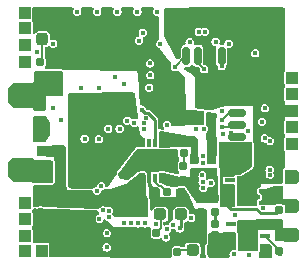
<source format=gbr>
%TF.GenerationSoftware,KiCad,Pcbnew,8.0.5*%
%TF.CreationDate,2024-10-22T08:55:15+02:00*%
%TF.ProjectId,cansatperso,63616e73-6174-4706-9572-736f2e6b6963,rev?*%
%TF.SameCoordinates,Original*%
%TF.FileFunction,Copper,L6,Bot*%
%TF.FilePolarity,Positive*%
%FSLAX46Y46*%
G04 Gerber Fmt 4.6, Leading zero omitted, Abs format (unit mm)*
G04 Created by KiCad (PCBNEW 8.0.5) date 2024-10-22 08:55:15*
%MOMM*%
%LPD*%
G01*
G04 APERTURE LIST*
G04 Aperture macros list*
%AMRoundRect*
0 Rectangle with rounded corners*
0 $1 Rounding radius*
0 $2 $3 $4 $5 $6 $7 $8 $9 X,Y pos of 4 corners*
0 Add a 4 corners polygon primitive as box body*
4,1,4,$2,$3,$4,$5,$6,$7,$8,$9,$2,$3,0*
0 Add four circle primitives for the rounded corners*
1,1,$1+$1,$2,$3*
1,1,$1+$1,$4,$5*
1,1,$1+$1,$6,$7*
1,1,$1+$1,$8,$9*
0 Add four rect primitives between the rounded corners*
20,1,$1+$1,$2,$3,$4,$5,0*
20,1,$1+$1,$4,$5,$6,$7,0*
20,1,$1+$1,$6,$7,$8,$9,0*
20,1,$1+$1,$8,$9,$2,$3,0*%
%AMOutline5P*
0 Free polygon, 5 corners , with rotation*
0 The origin of the aperture is its center*
0 number of corners: always 5*
0 $1 to $10 corner X, Y*
0 $11 Rotation angle, in degrees counterclockwise*
0 create outline with 5 corners*
4,1,5,$1,$2,$3,$4,$5,$6,$7,$8,$9,$10,$1,$2,$11*%
%AMOutline6P*
0 Free polygon, 6 corners , with rotation*
0 The origin of the aperture is its center*
0 number of corners: always 6*
0 $1 to $12 corner X, Y*
0 $13 Rotation angle, in degrees counterclockwise*
0 create outline with 6 corners*
4,1,6,$1,$2,$3,$4,$5,$6,$7,$8,$9,$10,$11,$12,$1,$2,$13*%
%AMOutline7P*
0 Free polygon, 7 corners , with rotation*
0 The origin of the aperture is its center*
0 number of corners: always 7*
0 $1 to $14 corner X, Y*
0 $15 Rotation angle, in degrees counterclockwise*
0 create outline with 7 corners*
4,1,7,$1,$2,$3,$4,$5,$6,$7,$8,$9,$10,$11,$12,$13,$14,$1,$2,$15*%
%AMOutline8P*
0 Free polygon, 8 corners , with rotation*
0 The origin of the aperture is its center*
0 number of corners: always 8*
0 $1 to $16 corner X, Y*
0 $17 Rotation angle, in degrees counterclockwise*
0 create outline with 8 corners*
4,1,8,$1,$2,$3,$4,$5,$6,$7,$8,$9,$10,$11,$12,$13,$14,$15,$16,$1,$2,$17*%
%AMFreePoly0*
4,1,8,1.000000,0.600000,1.000000,-1.000000,0.000000,-1.000000,-1.000000,-1.000000,-1.000000,0.600000,-0.600000,1.000000,0.600000,1.000000,1.000000,0.600000,1.000000,0.600000,$1*%
G04 Aperture macros list end*
%TA.AperFunction,SMDPad,CuDef*%
%ADD10R,1.000000X1.000000*%
%TD*%
%TA.AperFunction,ComponentPad*%
%ADD11Outline6P,-0.600000X0.360000X-0.360000X0.600000X0.360000X0.600000X0.600000X0.360000X0.600000X-0.600000X-0.600000X-0.600000X270.000000*%
%TD*%
%TA.AperFunction,ComponentPad*%
%ADD12FreePoly0,90.000000*%
%TD*%
%TA.AperFunction,SMDPad,CuDef*%
%ADD13RoundRect,0.155000X-0.155000X0.212500X-0.155000X-0.212500X0.155000X-0.212500X0.155000X0.212500X0*%
%TD*%
%TA.AperFunction,SMDPad,CuDef*%
%ADD14RoundRect,0.155000X0.212500X0.155000X-0.212500X0.155000X-0.212500X-0.155000X0.212500X-0.155000X0*%
%TD*%
%TA.AperFunction,SMDPad,CuDef*%
%ADD15RoundRect,0.160000X-0.160000X0.197500X-0.160000X-0.197500X0.160000X-0.197500X0.160000X0.197500X0*%
%TD*%
%TA.AperFunction,SMDPad,CuDef*%
%ADD16RoundRect,0.150000X0.625000X-0.150000X0.625000X0.150000X-0.625000X0.150000X-0.625000X-0.150000X0*%
%TD*%
%TA.AperFunction,SMDPad,CuDef*%
%ADD17RoundRect,0.250000X0.650000X-0.350000X0.650000X0.350000X-0.650000X0.350000X-0.650000X-0.350000X0*%
%TD*%
%TA.AperFunction,SMDPad,CuDef*%
%ADD18RoundRect,0.160000X-0.197500X-0.160000X0.197500X-0.160000X0.197500X0.160000X-0.197500X0.160000X0*%
%TD*%
%TA.AperFunction,SMDPad,CuDef*%
%ADD19R,2.050000X2.450000*%
%TD*%
%TA.AperFunction,SMDPad,CuDef*%
%ADD20RoundRect,0.250000X-0.412500X-1.100000X0.412500X-1.100000X0.412500X1.100000X-0.412500X1.100000X0*%
%TD*%
%TA.AperFunction,SMDPad,CuDef*%
%ADD21RoundRect,0.155000X-0.212500X-0.155000X0.212500X-0.155000X0.212500X0.155000X-0.212500X0.155000X0*%
%TD*%
%TA.AperFunction,SMDPad,CuDef*%
%ADD22RoundRect,0.160000X0.160000X-0.197500X0.160000X0.197500X-0.160000X0.197500X-0.160000X-0.197500X0*%
%TD*%
%TA.AperFunction,SMDPad,CuDef*%
%ADD23RoundRect,0.250000X0.350000X0.650000X-0.350000X0.650000X-0.350000X-0.650000X0.350000X-0.650000X0*%
%TD*%
%TA.AperFunction,SMDPad,CuDef*%
%ADD24RoundRect,0.150000X0.150000X0.625000X-0.150000X0.625000X-0.150000X-0.625000X0.150000X-0.625000X0*%
%TD*%
%TA.AperFunction,SMDPad,CuDef*%
%ADD25R,0.850000X0.300000*%
%TD*%
%TA.AperFunction,SMDPad,CuDef*%
%ADD26R,1.700000X2.500000*%
%TD*%
%TA.AperFunction,SMDPad,CuDef*%
%ADD27RoundRect,0.237500X0.237500X-0.287500X0.237500X0.287500X-0.237500X0.287500X-0.237500X-0.287500X0*%
%TD*%
%TA.AperFunction,SMDPad,CuDef*%
%ADD28RoundRect,0.250000X-1.100000X0.412500X-1.100000X-0.412500X1.100000X-0.412500X1.100000X0.412500X0*%
%TD*%
%TA.AperFunction,SMDPad,CuDef*%
%ADD29RoundRect,0.237500X-0.287500X-0.237500X0.287500X-0.237500X0.287500X0.237500X-0.287500X0.237500X0*%
%TD*%
%TA.AperFunction,SMDPad,CuDef*%
%ADD30RoundRect,0.250000X-0.900000X1.500000X-0.900000X-1.500000X0.900000X-1.500000X0.900000X1.500000X0*%
%TD*%
%TA.AperFunction,SMDPad,CuDef*%
%ADD31RoundRect,0.250000X0.450000X-0.350000X0.450000X0.350000X-0.450000X0.350000X-0.450000X-0.350000X0*%
%TD*%
%TA.AperFunction,SMDPad,CuDef*%
%ADD32R,0.300000X0.800000*%
%TD*%
%TA.AperFunction,SMDPad,CuDef*%
%ADD33R,2.480000X1.750000*%
%TD*%
%TA.AperFunction,ViaPad*%
%ADD34C,0.400000*%
%TD*%
%TA.AperFunction,Conductor*%
%ADD35C,0.150000*%
%TD*%
%TA.AperFunction,Conductor*%
%ADD36C,0.250000*%
%TD*%
G04 APERTURE END LIST*
D10*
%TO.P,,1*%
%TO.N,ADC2_IN17*%
X174500000Y-93530000D03*
%TD*%
D11*
%TO.P,REF\u002A\u002A2,1*%
%TO.N,TIM3_CHI_PWM4*%
X195660000Y-87340000D03*
%TD*%
D12*
%TO.P,,1*%
%TO.N,GND*%
X172680000Y-80400000D03*
%TD*%
D11*
%TO.P,REF\u002A\u002A1,5v*%
%TO.N,+5V*%
X195660000Y-89740000D03*
%TD*%
%TO.P,REF\u002A\u002A,1*%
%TO.N,GND*%
X195660000Y-92190000D03*
%TD*%
D12*
%TO.P,REF\u002A\u002A,1*%
%TO.N,BAT+*%
X172675000Y-86705000D03*
%TD*%
D13*
%TO.P,C19,1*%
%TO.N,GND*%
X194630000Y-87302500D03*
%TO.P,C19,2*%
%TO.N,+5V*%
X194630000Y-88437500D03*
%TD*%
D14*
%TO.P,C21,1*%
%TO.N,3.3VEN*%
X189145000Y-92250000D03*
%TO.P,C21,2*%
%TO.N,GND*%
X188010000Y-92250000D03*
%TD*%
D15*
%TO.P,R16,1*%
%TO.N,Net-(C26-Pad2)*%
X186500000Y-86352500D03*
%TO.P,R16,2*%
%TO.N,Net-(IC3-FB)*%
X186500000Y-87547500D03*
%TD*%
D13*
%TO.P,C27,1*%
%TO.N,Net-(IC3-COMP)*%
X187480000Y-85842500D03*
%TO.P,C27,2*%
%TO.N,Net-(IC3-FB)*%
X187480000Y-86977500D03*
%TD*%
D10*
%TO.P,,1*%
%TO.N,SWCLK{slash}I2C1_SDA*%
X173070000Y-90900000D03*
%TD*%
D16*
%TO.P,J3,1,Pin_1*%
%TO.N,3.3VEN*%
X191005000Y-83910000D03*
%TO.P,J3,2,Pin_2*%
%TO.N,USART1_RX_GPS*%
X191005000Y-82910000D03*
%TO.P,J3,3,Pin_3*%
%TO.N,USART1_TX_GPS*%
X191005000Y-81910000D03*
%TO.P,J3,4,Pin_4*%
%TO.N,GND*%
X191005000Y-80910000D03*
D17*
%TO.P,J3,MP*%
X193530000Y-85210000D03*
X193530000Y-79610000D03*
%TD*%
D18*
%TO.P,R15,1*%
%TO.N,Net-(IC3-FSW)*%
X185132500Y-88570000D03*
%TO.P,R15,2*%
%TO.N,GND*%
X186327500Y-88570000D03*
%TD*%
D19*
%TO.P,L2,1*%
%TO.N,Net-(D2-K)*%
X180060000Y-81670000D03*
%TO.P,L2,2*%
%TO.N,+5V*%
X180060000Y-75570000D03*
%TD*%
D20*
%TO.P,C29,1*%
%TO.N,+5V*%
X185117500Y-80200000D03*
%TO.P,C29,2*%
%TO.N,GND*%
X188242500Y-80200000D03*
%TD*%
D10*
%TO.P,,1*%
%TO.N,+3.3V*%
X173070000Y-76130000D03*
%TD*%
D21*
%TO.P,C28,1*%
%TO.N,+5V*%
X187722500Y-82380000D03*
%TO.P,C28,2*%
%TO.N,Net-(C28-Pad2)*%
X188857500Y-82380000D03*
%TD*%
D10*
%TO.P,,1*%
%TO.N,GPIO_EXTI1*%
X173070000Y-77580000D03*
%TD*%
D22*
%TO.P,R11,1*%
%TO.N,GND*%
X184200000Y-93207500D03*
%TO.P,R11,2*%
%TO.N,Net-(D5-K)*%
X184200000Y-92012500D03*
%TD*%
D23*
%TO.P,J4,*%
%TO.N,GND*%
X185440000Y-74530000D03*
D24*
%TO.P,J4,1,Pin_1*%
%TO.N,3.3VEN*%
X189740000Y-77055000D03*
%TO.P,J4,2,Pin_2*%
%TO.N,GND*%
X188740000Y-77055000D03*
%TO.P,J4,3,Pin_3*%
%TO.N,LPUART1_TX_RADIO*%
X187740000Y-77055000D03*
%TO.P,J4,4,Pin_4*%
%TO.N,LPUART1_RX_RADIO*%
X186740000Y-77055000D03*
D23*
%TO.P,J4,MP*%
%TO.N,GND*%
X191040000Y-74530000D03*
%TD*%
D10*
%TO.P,,1*%
%TO.N,GND*%
X173080000Y-74720000D03*
%TD*%
%TO.P,,1*%
%TO.N,+5V*%
X173070000Y-73460000D03*
%TD*%
%TO.P,,1*%
%TO.N,I2C3_SDA_ACCEL*%
X195700000Y-83100000D03*
%TD*%
D21*
%TO.P,C25,1*%
%TO.N,VIN*%
X182932500Y-88530000D03*
%TO.P,C25,2*%
%TO.N,GND*%
X184067500Y-88530000D03*
%TD*%
D25*
%TO.P,IC5,1,GND*%
%TO.N,GND*%
X193400000Y-91320000D03*
%TO.P,IC5,2,EN*%
%TO.N,PWEN*%
X193400000Y-92270000D03*
%TO.P,IC5,3,VIN*%
%TO.N,+5V*%
X193400000Y-93220000D03*
%TO.P,IC5,4,VOUT*%
%TO.N,3.3VEN*%
X190500000Y-93220000D03*
%TO.P,IC5,5,VSENSE*%
X190500000Y-92270000D03*
%TO.P,IC5,6,ADJ/NC*%
%TO.N,unconnected-(IC5-ADJ{slash}NC-Pad6)*%
X190500000Y-91320000D03*
D26*
%TO.P,IC5,7,EP*%
%TO.N,GND*%
X191950000Y-92270000D03*
%TD*%
D15*
%TO.P,R22,1*%
%TO.N,GND*%
X174430000Y-81312500D03*
%TO.P,R22,2*%
%TO.N,ADC1_IN3_VBAT*%
X174430000Y-82507500D03*
%TD*%
%TO.P,R4,1*%
%TO.N,GND*%
X185960000Y-92470000D03*
%TO.P,R4,2*%
%TO.N,Net-(D4-K)*%
X185960000Y-93665000D03*
%TD*%
D27*
%TO.P,D1,1,K*%
%TO.N,Net-(D1-K)*%
X174550000Y-75605000D03*
%TO.P,D1,2,A*%
%TO.N,+5V*%
X174550000Y-73855000D03*
%TD*%
D28*
%TO.P,C24,1*%
%TO.N,VIN*%
X182080000Y-89967500D03*
%TO.P,C24,2*%
%TO.N,GND*%
X182080000Y-93092500D03*
%TD*%
D22*
%TO.P,R3,1*%
%TO.N,GND*%
X174390000Y-78767500D03*
%TO.P,R3,2*%
%TO.N,Net-(D1-K)*%
X174390000Y-77572500D03*
%TD*%
D10*
%TO.P,,1*%
%TO.N,I2C3_SCL_ACCEL*%
X195700000Y-84500000D03*
%TD*%
%TO.P,7,1*%
%TO.N,+3.3V*%
X195700000Y-80300000D03*
%TD*%
%TO.P,,1*%
%TO.N,+5V*%
X195700000Y-78890000D03*
%TD*%
%TO.P,,1*%
%TO.N,GND*%
X195700000Y-81690000D03*
%TD*%
D13*
%TO.P,C20,1*%
%TO.N,+3.3V*%
X194580000Y-90132500D03*
%TO.P,C20,2*%
%TO.N,GND*%
X194580000Y-91267500D03*
%TD*%
D15*
%TO.P,R19,1*%
%TO.N,Net-(IC3-FB)*%
X187970000Y-89062500D03*
%TO.P,R19,2*%
%TO.N,GND*%
X187970000Y-90257500D03*
%TD*%
%TO.P,R21,1*%
%TO.N,ADC1_IN3_VBAT*%
X174480000Y-83952500D03*
%TO.P,R21,2*%
%TO.N,VIN*%
X174480000Y-85147500D03*
%TD*%
D25*
%TO.P,IC2,1,GND*%
%TO.N,GND*%
X193310000Y-87570000D03*
%TO.P,IC2,2,EN*%
%TO.N,+5V*%
X193310000Y-88520000D03*
%TO.P,IC2,3,VIN*%
X193310000Y-89470000D03*
%TO.P,IC2,4,VOUT*%
%TO.N,+3.3V*%
X190410000Y-89470000D03*
%TO.P,IC2,5,VSENSE*%
X190410000Y-88520000D03*
%TO.P,IC2,6,ADJ/NC*%
%TO.N,unconnected-(IC2-ADJ{slash}NC-Pad6)*%
X190410000Y-87570000D03*
D26*
%TO.P,IC2,7,EP*%
%TO.N,GND*%
X191860000Y-88520000D03*
%TD*%
D13*
%TO.P,C26,1*%
%TO.N,Net-(IC3-COMP)*%
X186530000Y-84152500D03*
%TO.P,C26,2*%
%TO.N,Net-(C26-Pad2)*%
X186530000Y-85287500D03*
%TD*%
D21*
%TO.P,C18,1*%
%TO.N,GND*%
X188012500Y-91280000D03*
%TO.P,C18,2*%
%TO.N,+5V*%
X189147500Y-91280000D03*
%TD*%
D10*
%TO.P,,1*%
%TO.N,SWO*%
X173090000Y-89490000D03*
%TD*%
D29*
%TO.P,D5,1,K*%
%TO.N,Net-(D5-K)*%
X184550000Y-90470000D03*
%TO.P,D5,2,A*%
%TO.N,+3.3V*%
X186300000Y-90470000D03*
%TD*%
D15*
%TO.P,R17,1*%
%TO.N,Net-(C28-Pad2)*%
X188890000Y-85822500D03*
%TO.P,R17,2*%
%TO.N,Net-(IC3-FB)*%
X188890000Y-87017500D03*
%TD*%
D30*
%TO.P,D2,1,K*%
%TO.N,Net-(D2-K)*%
X177930000Y-86510000D03*
%TO.P,D2,2,A*%
%TO.N,GND*%
X177930000Y-91910000D03*
%TD*%
D15*
%TO.P,R1,1*%
%TO.N,GND*%
X194580000Y-92342500D03*
%TO.P,R1,2*%
%TO.N,PWEN*%
X194580000Y-93537500D03*
%TD*%
D29*
%TO.P,D4,1,K*%
%TO.N,Net-(D4-K)*%
X187275000Y-93480000D03*
%TO.P,D4,2,A*%
%TO.N,3.3VEN*%
X189025000Y-93480000D03*
%TD*%
D31*
%TO.P,R23,1*%
%TO.N,VIN*%
X174650000Y-88680000D03*
%TO.P,R23,2*%
%TO.N,BAT+*%
X174650000Y-86680000D03*
%TD*%
D22*
%TO.P,R18,1*%
%TO.N,+5V*%
X189150000Y-90267500D03*
%TO.P,R18,2*%
%TO.N,Net-(IC3-FB)*%
X189150000Y-89072500D03*
%TD*%
D10*
%TO.P,,1*%
%TO.N,SWDIO*%
X173070000Y-92300000D03*
%TD*%
D32*
%TO.P,IC3,1,OUT*%
%TO.N,Net-(D2-K)*%
X183090000Y-84410000D03*
%TO.P,IC3,2,SYNCH*%
%TO.N,unconnected-(IC3-SYNCH-Pad2)*%
X183590000Y-84410000D03*
%TO.P,IC3,3,EN*%
%TO.N,VIN*%
X184090000Y-84410000D03*
%TO.P,IC3,4,COMP*%
%TO.N,Net-(IC3-COMP)*%
X184590000Y-84410000D03*
%TO.P,IC3,5,FB*%
%TO.N,Net-(IC3-FB)*%
X184590000Y-87410000D03*
%TO.P,IC3,6,FSW*%
%TO.N,Net-(IC3-FSW)*%
X184090000Y-87410000D03*
%TO.P,IC3,7,GND*%
%TO.N,GND*%
X183590000Y-87410000D03*
%TO.P,IC3,8,V_CC*%
%TO.N,VIN*%
X183090000Y-87410000D03*
D33*
%TO.P,IC3,9,EP*%
%TO.N,GND*%
X183840000Y-85910000D03*
%TD*%
D10*
%TO.P,3,1*%
%TO.N,NRST*%
X173080000Y-93590000D03*
%TD*%
D34*
%TO.N,GND*%
X194680000Y-91940000D03*
%TO.N,+3.3V*%
X180140000Y-83220000D03*
X181090000Y-83220000D03*
%TO.N,GND*%
X176360000Y-93120000D03*
X176050000Y-79740000D03*
X184730000Y-85210000D03*
X176140000Y-82470000D03*
X194760000Y-76690000D03*
X195710000Y-81720000D03*
X192250000Y-88020000D03*
X182160000Y-85940000D03*
X188780000Y-77860000D03*
X188060000Y-80840000D03*
X191100000Y-73300000D03*
X174140000Y-76740000D03*
X182600000Y-73300000D03*
X189650000Y-79120000D03*
X190880000Y-79060000D03*
X175390000Y-93170000D03*
X180900000Y-73300000D03*
X185500000Y-89530000D03*
X183680000Y-78680000D03*
X178400000Y-90820000D03*
X173080000Y-74720000D03*
X186810000Y-92670000D03*
X182750000Y-85180000D03*
X194760000Y-85190000D03*
X186380000Y-89540000D03*
X183870000Y-86560000D03*
X185770000Y-86240000D03*
X177800000Y-79760000D03*
X175330000Y-93790000D03*
X182730000Y-75760000D03*
X179340000Y-84110000D03*
X191820000Y-87500000D03*
X192290000Y-91270000D03*
X177500000Y-73300000D03*
X188800000Y-87800000D03*
X174340000Y-78550000D03*
X183840000Y-85180000D03*
X179390000Y-79780000D03*
X175330000Y-92590000D03*
X183670000Y-77690000D03*
X187970000Y-90257500D03*
X178860000Y-92680000D03*
X187700000Y-73300000D03*
X184670000Y-89530000D03*
X184040000Y-93547500D03*
X182700000Y-93770000D03*
X194580000Y-91267500D03*
X189400000Y-73300000D03*
X174340000Y-80170000D03*
X178930000Y-93810000D03*
X189690000Y-80400000D03*
X182750000Y-86610000D03*
X179200000Y-73300000D03*
X181370000Y-87230000D03*
X192770000Y-77880000D03*
X178130000Y-84070000D03*
X181450000Y-79430000D03*
X192420000Y-91820000D03*
X187000000Y-91430000D03*
X174400000Y-90095000D03*
X183600000Y-79750000D03*
X191330000Y-77620000D03*
X185670000Y-85170000D03*
X181840000Y-86720000D03*
X194760000Y-80090000D03*
X181000000Y-93770000D03*
X177480000Y-92630000D03*
X184300000Y-73300000D03*
X177600000Y-93770000D03*
X186000000Y-73300000D03*
X188010000Y-79360000D03*
X192600000Y-87500000D03*
%TO.N,+3.3V*%
X193380000Y-84040000D03*
X190050000Y-89495521D03*
X189750000Y-81710000D03*
X193800000Y-86700000D03*
X189950000Y-84530000D03*
X187800000Y-75020000D03*
X190420521Y-89010521D03*
X190070000Y-85070000D03*
X193830000Y-84270000D03*
X195710000Y-80320000D03*
X173070000Y-76130000D03*
X186180000Y-91660000D03*
X188320000Y-75010000D03*
X185110000Y-91730000D03*
X192570000Y-76830000D03*
X183050000Y-75090000D03*
X193816587Y-87131306D03*
X181740000Y-82530000D03*
X193150000Y-82610000D03*
X185020000Y-92422500D03*
%TO.N,NRST*%
X173080000Y-93590000D03*
X179380000Y-90850660D03*
%TO.N,USART3_RX*%
X180000000Y-93270000D03*
X182345000Y-82715000D03*
%TO.N,SDDETECT*%
X193396250Y-81483750D03*
X184190000Y-91260000D03*
%TO.N,VIN*%
X175470000Y-81450000D03*
X182950430Y-81600789D03*
X174480000Y-85147500D03*
%TO.N,+5V*%
X177340000Y-74380000D03*
X189147500Y-91280000D03*
X193490000Y-93810000D03*
X181560000Y-74390000D03*
X173070000Y-73460000D03*
X181541494Y-73890340D03*
X175170000Y-73890000D03*
X175170000Y-74330000D03*
X194280000Y-88840000D03*
X194280000Y-89310000D03*
X195710000Y-78920000D03*
%TO.N,ADC1_IN3_VBAT*%
X174770000Y-83300000D03*
X179180000Y-88470000D03*
%TO.N,ADC1_IN2_CURR*%
X180720000Y-78872500D03*
X179541191Y-88089171D03*
%TO.N,I2C3_SDA_ACCEL*%
X185110000Y-82870000D03*
X195710000Y-83120000D03*
X189860000Y-83705000D03*
%TO.N,I2C3_SCL_ACCEL*%
X188090000Y-87150000D03*
X191937000Y-83410000D03*
X195710000Y-84520000D03*
%TO.N,3.3VEN*%
X189655249Y-93721215D03*
X189160000Y-93790000D03*
X189740000Y-77920000D03*
X190530166Y-83559834D03*
X189610000Y-93200000D03*
%TO.N,SPI1_CS_SD*%
X182650000Y-91240000D03*
X190330000Y-76010000D03*
%TO.N,SPI1_MISO_SD*%
X181480000Y-91210000D03*
X184510000Y-76050000D03*
%TO.N,SPI1_SCK_SD*%
X180225170Y-90704168D03*
X187020000Y-75880000D03*
%TO.N,SPI1_MOSI_SD*%
X189220000Y-75840000D03*
X182060000Y-91220000D03*
%TO.N,USART1_RX_GPS*%
X189730000Y-83060000D03*
X183132230Y-82772331D03*
%TO.N,USART1_TX_GPS*%
X183185000Y-83269541D03*
X189760000Y-82490000D03*
%TO.N,LPUART1_RX_RADIO*%
X185760000Y-77960000D03*
X179690000Y-90100000D03*
%TO.N,LPUART1_TX_RADIO*%
X187160000Y-90760000D03*
X188260000Y-78180000D03*
%TO.N,GPIO_EXTI1*%
X173070000Y-77580000D03*
X183230000Y-91230000D03*
%TO.N,SWO*%
X183310000Y-82305000D03*
X173090000Y-89490000D03*
%TO.N,SWDIO*%
X188230000Y-83220000D03*
X173070000Y-92300000D03*
%TO.N,SWCLK{slash}I2C1_SDA*%
X173070000Y-90900000D03*
X187585000Y-83220000D03*
%TO.N,TIM3_CHI_PWM4*%
X188120000Y-87730000D03*
%TO.N,USART3_TX*%
X185620000Y-91330000D03*
X180020000Y-92060000D03*
%TO.N,D+*%
X193220000Y-89955000D03*
X188120000Y-85490000D03*
%TO.N,D-*%
X190860000Y-90540000D03*
X188150000Y-86110000D03*
%TO.N,BAT+*%
X174650000Y-86680000D03*
X175470000Y-76026000D03*
%TO.N,PWEN*%
X188180000Y-88240000D03*
X194690000Y-93860000D03*
%TO.N,USBD+*%
X192060000Y-93870000D03*
%TO.N,USBD-*%
X190740000Y-93860000D03*
%TO.N,ADC2_IN17*%
X180190000Y-90150000D03*
X174500000Y-93530000D03*
%TD*%
D35*
%TO.N,GND*%
X188780000Y-77860000D02*
X188780000Y-77095000D01*
X193400000Y-91320000D02*
X193557500Y-91320000D01*
X188780000Y-77095000D02*
X188740000Y-77055000D01*
D36*
%TO.N,+3.3V*%
X193043959Y-90380000D02*
X194332500Y-90380000D01*
X192658959Y-89995000D02*
X193043959Y-90380000D01*
X186300000Y-91540000D02*
X186180000Y-91660000D01*
X190050000Y-89495521D02*
X190549479Y-89995000D01*
X186300000Y-90470000D02*
X186300000Y-91540000D01*
X194332500Y-90380000D02*
X194580000Y-90132500D01*
X190549479Y-89995000D02*
X192658959Y-89995000D01*
%TO.N,VIN*%
X183486041Y-81880000D02*
X184090000Y-82483959D01*
X183229641Y-81880000D02*
X183486041Y-81880000D01*
X182950430Y-81600789D02*
X183229641Y-81880000D01*
X184090000Y-82483959D02*
X184090000Y-84410000D01*
D35*
%TO.N,Net-(C26-Pad2)*%
X186530000Y-86322500D02*
X186500000Y-86352500D01*
X186530000Y-85287500D02*
X186530000Y-86322500D01*
D36*
%TO.N,+5V*%
X189147500Y-91280000D02*
X189150000Y-91277500D01*
X189150000Y-91277500D02*
X189150000Y-90267500D01*
D35*
%TO.N,Net-(IC3-FSW)*%
X184622500Y-88060000D02*
X185132500Y-88570000D01*
X184390000Y-88060000D02*
X184622500Y-88060000D01*
X184090000Y-87760000D02*
X184390000Y-88060000D01*
X184090000Y-87410000D02*
X184090000Y-87760000D01*
D36*
%TO.N,3.3VEN*%
X189740000Y-77920000D02*
X189740000Y-77055000D01*
D35*
%TO.N,USART1_RX_GPS*%
X189730000Y-83060000D02*
X190855000Y-83060000D01*
X190855000Y-83060000D02*
X191005000Y-82910000D01*
%TO.N,USART1_TX_GPS*%
X189760000Y-82490000D02*
X190340000Y-81910000D01*
X190340000Y-81910000D02*
X191005000Y-81910000D01*
%TO.N,LPUART1_RX_RADIO*%
X186665000Y-77055000D02*
X185760000Y-77960000D01*
X186740000Y-77055000D02*
X186665000Y-77055000D01*
%TO.N,LPUART1_TX_RADIO*%
X187740000Y-77660000D02*
X188260000Y-78180000D01*
X187740000Y-77055000D02*
X187740000Y-77660000D01*
%TO.N,PWEN*%
X194690000Y-93560000D02*
X193400000Y-92270000D01*
X194690000Y-93860000D02*
X194690000Y-93560000D01*
%TO.N,Net-(D1-K)*%
X174550000Y-75605000D02*
X174550000Y-77412500D01*
X174550000Y-77412500D02*
X174390000Y-77572500D01*
%TO.N,Net-(D4-K)*%
X186145000Y-93480000D02*
X185960000Y-93665000D01*
X187275000Y-93480000D02*
X186145000Y-93480000D01*
%TO.N,Net-(D5-K)*%
X184565000Y-91647500D02*
X184565000Y-90485000D01*
X184565000Y-90485000D02*
X184550000Y-90470000D01*
X184200000Y-92012500D02*
X184565000Y-91647500D01*
%TD*%
%TA.AperFunction,Conductor*%
%TO.N,Net-(IC3-COMP)*%
G36*
X186980000Y-83820000D02*
G01*
X187485953Y-83863616D01*
X187551053Y-83888986D01*
X187589276Y-83938312D01*
X187700231Y-84197207D01*
X187710251Y-84244794D01*
X187728746Y-86066543D01*
X187709743Y-86133779D01*
X187657406Y-86180068D01*
X187606549Y-86191789D01*
X187171305Y-86198097D01*
X187103987Y-86179386D01*
X187057472Y-86127251D01*
X187045622Y-86068804D01*
X187100000Y-84800000D01*
X187099999Y-84799999D01*
X186847239Y-84800928D01*
X186796698Y-84790364D01*
X186796019Y-84790064D01*
X186756156Y-84772463D01*
X186749771Y-84771722D01*
X186730619Y-84769500D01*
X186730616Y-84769500D01*
X186329384Y-84769500D01*
X186329380Y-84769500D01*
X186303844Y-84772463D01*
X186303839Y-84772464D01*
X186257979Y-84792713D01*
X186208351Y-84803277D01*
X184514956Y-84809502D01*
X184447844Y-84790064D01*
X184401896Y-84737429D01*
X184390500Y-84685503D01*
X184390500Y-84458989D01*
X184390549Y-84455497D01*
X184397825Y-84197207D01*
X184416019Y-83551299D01*
X184437584Y-83484844D01*
X184491655Y-83440594D01*
X184559577Y-83432354D01*
X186980000Y-83820000D01*
G37*
%TD.AperFunction*%
%TD*%
%TA.AperFunction,Conductor*%
%TO.N,+3.3V*%
G36*
X192222295Y-84330095D02*
G01*
X192268425Y-84382572D01*
X192280000Y-84434885D01*
X192280000Y-86421332D01*
X192260315Y-86488371D01*
X192221797Y-86526436D01*
X191304620Y-87100604D01*
X191238823Y-87119500D01*
X190995178Y-87119500D01*
X190951282Y-87128231D01*
X190951275Y-87128234D01*
X190901496Y-87161495D01*
X190866153Y-87214391D01*
X190812541Y-87259196D01*
X190763051Y-87269500D01*
X189970178Y-87269500D01*
X189926282Y-87278231D01*
X189926275Y-87278234D01*
X189876496Y-87311495D01*
X189876495Y-87311496D01*
X189843234Y-87361275D01*
X189843231Y-87361282D01*
X189834500Y-87405177D01*
X189834500Y-87405180D01*
X189834500Y-87734820D01*
X189834500Y-87734822D01*
X189834499Y-87734822D01*
X189843231Y-87778717D01*
X189843232Y-87778721D01*
X189843233Y-87778722D01*
X189876496Y-87828504D01*
X189926278Y-87861767D01*
X189926281Y-87861767D01*
X189926282Y-87861768D01*
X189970177Y-87870500D01*
X190735500Y-87870500D01*
X190802539Y-87890185D01*
X190848294Y-87942989D01*
X190859500Y-87994500D01*
X190859500Y-89723322D01*
X190839815Y-89790361D01*
X190787011Y-89836116D01*
X190734700Y-89847319D01*
X189720326Y-89840776D01*
X189653415Y-89820660D01*
X189608002Y-89767562D01*
X189597162Y-89719712D01*
X189590393Y-89432836D01*
X189600925Y-89379831D01*
X189617487Y-89342322D01*
X189617486Y-89342322D01*
X189617488Y-89342320D01*
X189620500Y-89316357D01*
X189620499Y-88828644D01*
X189619498Y-88820009D01*
X189617489Y-88802684D01*
X189617488Y-88802682D01*
X189617488Y-88802680D01*
X189583105Y-88724809D01*
X189572576Y-88677659D01*
X189472973Y-84456022D01*
X189491071Y-84388539D01*
X189542781Y-84341551D01*
X189596052Y-84329102D01*
X190208586Y-84324743D01*
X190259552Y-84335306D01*
X190310005Y-84357584D01*
X190310007Y-84357584D01*
X190310009Y-84357585D01*
X190335135Y-84360500D01*
X191674864Y-84360499D01*
X191674879Y-84360497D01*
X191674882Y-84360497D01*
X191699987Y-84357586D01*
X191699987Y-84357585D01*
X191699991Y-84357585D01*
X191776518Y-84323795D01*
X191825716Y-84313233D01*
X192155119Y-84310888D01*
X192222295Y-84330095D01*
G37*
%TD.AperFunction*%
%TD*%
%TA.AperFunction,Conductor*%
%TO.N,GND*%
G36*
X194831245Y-90861961D02*
G01*
X194878715Y-90913229D01*
X194891668Y-90966797D01*
X194899999Y-91599998D01*
X194900000Y-91599999D01*
X194900000Y-91600000D01*
X195644577Y-91591441D01*
X195711836Y-91610354D01*
X195758195Y-91662629D01*
X195770000Y-91715433D01*
X195770000Y-92662671D01*
X195750315Y-92729710D01*
X195697511Y-92775465D01*
X195642716Y-92786628D01*
X194384467Y-92753297D01*
X194317973Y-92731844D01*
X194273632Y-92677847D01*
X194263809Y-92625549D01*
X194290000Y-91770000D01*
X192810000Y-91770000D01*
X192802892Y-93020929D01*
X192801632Y-93037869D01*
X192795000Y-93083996D01*
X192795000Y-93406000D01*
X192775315Y-93473039D01*
X192722511Y-93518794D01*
X192671000Y-93530000D01*
X192163634Y-93530000D01*
X192144237Y-93528473D01*
X192083127Y-93518794D01*
X192060001Y-93515131D01*
X192059999Y-93515131D01*
X192036873Y-93518794D01*
X191975762Y-93528473D01*
X191956366Y-93530000D01*
X191228396Y-93530000D01*
X191161357Y-93510315D01*
X191115602Y-93457511D01*
X191104712Y-93397153D01*
X191105000Y-93393126D01*
X191105000Y-92115464D01*
X191105000Y-92115463D01*
X191101307Y-92081773D01*
X191089666Y-92029319D01*
X191089665Y-92029317D01*
X191089664Y-92029314D01*
X191081368Y-92012997D01*
X191067905Y-91957755D01*
X191064783Y-91551872D01*
X191067160Y-91526741D01*
X191075500Y-91484820D01*
X191075500Y-91155180D01*
X191066767Y-91111278D01*
X191066766Y-91111277D01*
X191064384Y-91099300D01*
X191066187Y-91098941D01*
X191061106Y-91073893D01*
X191060941Y-91052417D01*
X191080109Y-90985231D01*
X191132560Y-90939072D01*
X191182395Y-90927493D01*
X193990000Y-90870000D01*
X194763594Y-90844496D01*
X194831245Y-90861961D01*
G37*
%TD.AperFunction*%
%TD*%
%TA.AperFunction,Conductor*%
%TO.N,Net-(C28-Pad2)*%
G36*
X189207019Y-81863242D02*
G01*
X189272876Y-81886575D01*
X189315665Y-81941809D01*
X189324070Y-81993024D01*
X189289999Y-82699986D01*
X189299989Y-85027631D01*
X189299919Y-85032364D01*
X189264061Y-86090201D01*
X189242116Y-86156535D01*
X189187793Y-86200475D01*
X189140132Y-86210000D01*
X188634000Y-86210000D01*
X188566961Y-86190315D01*
X188521206Y-86137511D01*
X188510000Y-86086000D01*
X188510000Y-85449984D01*
X188485004Y-84650134D01*
X188450635Y-83550339D01*
X188468215Y-83482721D01*
X188486887Y-83458794D01*
X188517095Y-83428587D01*
X188567500Y-83329661D01*
X188567500Y-83329659D01*
X188567501Y-83329658D01*
X188584869Y-83220002D01*
X188584869Y-83219997D01*
X188567501Y-83110341D01*
X188567500Y-83110339D01*
X188517095Y-83011413D01*
X188465832Y-82960150D01*
X188432346Y-82898827D01*
X188429573Y-82876353D01*
X188420060Y-82571920D01*
X188420000Y-82568047D01*
X188420000Y-81950999D01*
X188439685Y-81883960D01*
X188492489Y-81838205D01*
X188550798Y-81827186D01*
X189207019Y-81863242D01*
G37*
%TD.AperFunction*%
%TD*%
%TA.AperFunction,Conductor*%
%TO.N,GND*%
G36*
X195012539Y-72960185D02*
G01*
X195058294Y-73012989D01*
X195069500Y-73064500D01*
X195069500Y-78262204D01*
X195068305Y-78262204D01*
X195063200Y-78319233D01*
X195062374Y-78321280D01*
X195058232Y-78331279D01*
X195049500Y-78375177D01*
X195049500Y-78375180D01*
X195049500Y-79404820D01*
X195049500Y-79404822D01*
X195049499Y-79404822D01*
X195058231Y-79448717D01*
X195058234Y-79448724D01*
X195091495Y-79498503D01*
X195097544Y-79504552D01*
X195131029Y-79565875D01*
X195133863Y-79592546D01*
X195133849Y-79598092D01*
X195113995Y-79665082D01*
X195097533Y-79685457D01*
X195091496Y-79691493D01*
X195058233Y-79741276D01*
X195058231Y-79741282D01*
X195049500Y-79785177D01*
X195049500Y-79785180D01*
X195049500Y-80814820D01*
X195049500Y-80814822D01*
X195049499Y-80814822D01*
X195058231Y-80858717D01*
X195058234Y-80858724D01*
X195091495Y-80908503D01*
X195094163Y-80911171D01*
X195098121Y-80918419D01*
X195098281Y-80918659D01*
X195098259Y-80918673D01*
X195127648Y-80972494D01*
X195130482Y-80999149D01*
X195130171Y-81128881D01*
X195130000Y-81200000D01*
X196076000Y-81200000D01*
X196143039Y-81219685D01*
X196188794Y-81272489D01*
X196200000Y-81324000D01*
X196200000Y-82064825D01*
X196180315Y-82131864D01*
X196127511Y-82177619D01*
X196074830Y-82188819D01*
X195140000Y-82179999D01*
X195139999Y-82180000D01*
X195138867Y-82394217D01*
X195118829Y-82461151D01*
X195098759Y-82481483D01*
X195100134Y-82482858D01*
X195091494Y-82491498D01*
X195058234Y-82541275D01*
X195058231Y-82541282D01*
X195049500Y-82585177D01*
X195049500Y-82585180D01*
X195049500Y-83614820D01*
X195049500Y-83614822D01*
X195049499Y-83614822D01*
X195058231Y-83658717D01*
X195058234Y-83658724D01*
X195091494Y-83708502D01*
X195095127Y-83712135D01*
X195128609Y-83773460D01*
X195131440Y-83800474D01*
X195131438Y-83800849D01*
X195111396Y-83867783D01*
X195095128Y-83887862D01*
X195091497Y-83891492D01*
X195058234Y-83941275D01*
X195058231Y-83941282D01*
X195049500Y-83985177D01*
X195049500Y-83985180D01*
X195049500Y-85014820D01*
X195049500Y-85014822D01*
X195049499Y-85014822D01*
X195060149Y-85068357D01*
X195060151Y-85116732D01*
X195059500Y-85120005D01*
X195059500Y-86493051D01*
X195039815Y-86560090D01*
X195004391Y-86596153D01*
X194951495Y-86631496D01*
X194918234Y-86681275D01*
X194918231Y-86681282D01*
X194909500Y-86725177D01*
X194909500Y-87739113D01*
X194889815Y-87806152D01*
X194837011Y-87851907D01*
X194786692Y-87863107D01*
X193030000Y-87879999D01*
X193030000Y-87880000D01*
X193023457Y-88099200D01*
X193001781Y-88165622D01*
X192947635Y-88209781D01*
X192899512Y-88219500D01*
X192870178Y-88219500D01*
X192826282Y-88228231D01*
X192826275Y-88228234D01*
X192776496Y-88261495D01*
X192776495Y-88261496D01*
X192743234Y-88311275D01*
X192743231Y-88311282D01*
X192734500Y-88355177D01*
X192734500Y-88355180D01*
X192734500Y-88684820D01*
X192734500Y-88684822D01*
X192734499Y-88684822D01*
X192743231Y-88728717D01*
X192743234Y-88728724D01*
X192775061Y-88776357D01*
X192776496Y-88778504D01*
X192826278Y-88811767D01*
X192826281Y-88811767D01*
X192826282Y-88811768D01*
X192870177Y-88820500D01*
X192874168Y-88820500D01*
X192876181Y-88821091D01*
X192876240Y-88821097D01*
X192876238Y-88821108D01*
X192941207Y-88840185D01*
X192986962Y-88892989D01*
X192998113Y-88948200D01*
X192995098Y-89049200D01*
X192973422Y-89115622D01*
X192919276Y-89159781D01*
X192876198Y-89168481D01*
X192876240Y-89168903D01*
X192872081Y-89169312D01*
X192871153Y-89169500D01*
X192870178Y-89169500D01*
X192826282Y-89178231D01*
X192826275Y-89178234D01*
X192776496Y-89211495D01*
X192776495Y-89211496D01*
X192743234Y-89261275D01*
X192743231Y-89261282D01*
X192734500Y-89305177D01*
X192734500Y-89595500D01*
X192714815Y-89662539D01*
X192662011Y-89708294D01*
X192610500Y-89719500D01*
X191276000Y-89719500D01*
X191208961Y-89699815D01*
X191163206Y-89647011D01*
X191152004Y-89594528D01*
X191158070Y-88821091D01*
X191169281Y-87391582D01*
X191189491Y-87324702D01*
X191242652Y-87279362D01*
X191275996Y-87269768D01*
X191281746Y-87268959D01*
X191347543Y-87250063D01*
X191387131Y-87232407D01*
X192237604Y-86699997D01*
X193445131Y-86699997D01*
X193445131Y-86700002D01*
X193462498Y-86809658D01*
X193496115Y-86875635D01*
X193509011Y-86944304D01*
X193496117Y-86988220D01*
X193479085Y-87021648D01*
X193461718Y-87131303D01*
X193461718Y-87131308D01*
X193479085Y-87240964D01*
X193529491Y-87339891D01*
X193529496Y-87339898D01*
X193607994Y-87418396D01*
X193607997Y-87418398D01*
X193608000Y-87418401D01*
X193706926Y-87468806D01*
X193706928Y-87468807D01*
X193816585Y-87486175D01*
X193816587Y-87486175D01*
X193816589Y-87486175D01*
X193926245Y-87468807D01*
X193926246Y-87468806D01*
X193926248Y-87468806D01*
X194025174Y-87418401D01*
X194103682Y-87339893D01*
X194154087Y-87240967D01*
X194154087Y-87240965D01*
X194154088Y-87240964D01*
X194171456Y-87131308D01*
X194171456Y-87131303D01*
X194154088Y-87021649D01*
X194154087Y-87021647D01*
X194154087Y-87021645D01*
X194120469Y-86955666D01*
X194107574Y-86887001D01*
X194120469Y-86843085D01*
X194137500Y-86809661D01*
X194138580Y-86802845D01*
X194154869Y-86700002D01*
X194154869Y-86699997D01*
X194137501Y-86590341D01*
X194137500Y-86590339D01*
X194087095Y-86491413D01*
X194087092Y-86491410D01*
X194087090Y-86491407D01*
X194008592Y-86412909D01*
X194008588Y-86412906D01*
X194008587Y-86412905D01*
X193973884Y-86395223D01*
X193909658Y-86362498D01*
X193800002Y-86345131D01*
X193799998Y-86345131D01*
X193690341Y-86362498D01*
X193591414Y-86412904D01*
X193591407Y-86412909D01*
X193512909Y-86491407D01*
X193512904Y-86491414D01*
X193462498Y-86590341D01*
X193445131Y-86699997D01*
X192237604Y-86699997D01*
X192304308Y-86658239D01*
X192331100Y-86637040D01*
X192369618Y-86598975D01*
X192403131Y-86542870D01*
X192423137Y-86522429D01*
X192429999Y-86510001D01*
X192429998Y-86510000D01*
X192430000Y-86510000D01*
X192429922Y-86469230D01*
X192431184Y-86451349D01*
X192435500Y-86421332D01*
X192435500Y-84434885D01*
X192431828Y-84401291D01*
X192431827Y-84401288D01*
X192431827Y-84401284D01*
X192428828Y-84387733D01*
X192425899Y-84361185D01*
X192425286Y-84039997D01*
X193025131Y-84039997D01*
X193025131Y-84040002D01*
X193042498Y-84149658D01*
X193092904Y-84248585D01*
X193092909Y-84248592D01*
X193171407Y-84327090D01*
X193171410Y-84327092D01*
X193171413Y-84327095D01*
X193238319Y-84361185D01*
X193270341Y-84377501D01*
X193379998Y-84394869D01*
X193380000Y-84394869D01*
X193402286Y-84391339D01*
X193471579Y-84400293D01*
X193525032Y-84445288D01*
X193532165Y-84457508D01*
X193542904Y-84478585D01*
X193542906Y-84478588D01*
X193542909Y-84478592D01*
X193621407Y-84557090D01*
X193621410Y-84557092D01*
X193621413Y-84557095D01*
X193720339Y-84607500D01*
X193720341Y-84607501D01*
X193829998Y-84624869D01*
X193830000Y-84624869D01*
X193830002Y-84624869D01*
X193939658Y-84607501D01*
X193939659Y-84607500D01*
X193939661Y-84607500D01*
X194038587Y-84557095D01*
X194117095Y-84478587D01*
X194167500Y-84379661D01*
X194167500Y-84379659D01*
X194167501Y-84379658D01*
X194184869Y-84270002D01*
X194184869Y-84269997D01*
X194167501Y-84160341D01*
X194152037Y-84129991D01*
X194117095Y-84061413D01*
X194117092Y-84061410D01*
X194117090Y-84061407D01*
X194038592Y-83982909D01*
X194038588Y-83982906D01*
X194038587Y-83982905D01*
X194034743Y-83980946D01*
X193939658Y-83932498D01*
X193830002Y-83915131D01*
X193830000Y-83915131D01*
X193807709Y-83918661D01*
X193738416Y-83909704D01*
X193684965Y-83864707D01*
X193677836Y-83852494D01*
X193667095Y-83831413D01*
X193667093Y-83831411D01*
X193667090Y-83831407D01*
X193588592Y-83752909D01*
X193588588Y-83752906D01*
X193588587Y-83752905D01*
X193566727Y-83741767D01*
X193489658Y-83702498D01*
X193380002Y-83685131D01*
X193379998Y-83685131D01*
X193270341Y-83702498D01*
X193171414Y-83752904D01*
X193171407Y-83752909D01*
X193092909Y-83831407D01*
X193092904Y-83831414D01*
X193042498Y-83930341D01*
X193025131Y-84039997D01*
X192425286Y-84039997D01*
X192422557Y-82609997D01*
X192795131Y-82609997D01*
X192795131Y-82610002D01*
X192812498Y-82719658D01*
X192862904Y-82818585D01*
X192862909Y-82818592D01*
X192941407Y-82897090D01*
X192941410Y-82897092D01*
X192941413Y-82897095D01*
X193040339Y-82947500D01*
X193040341Y-82947501D01*
X193149998Y-82964869D01*
X193150000Y-82964869D01*
X193150002Y-82964869D01*
X193259658Y-82947501D01*
X193259659Y-82947500D01*
X193259661Y-82947500D01*
X193358587Y-82897095D01*
X193437095Y-82818587D01*
X193487500Y-82719661D01*
X193487500Y-82719659D01*
X193487501Y-82719658D01*
X193504869Y-82610002D01*
X193504869Y-82609997D01*
X193487501Y-82500341D01*
X193466692Y-82459501D01*
X193437095Y-82401413D01*
X193437092Y-82401410D01*
X193437090Y-82401407D01*
X193358592Y-82322909D01*
X193358588Y-82322906D01*
X193358587Y-82322905D01*
X193337589Y-82312206D01*
X193259658Y-82272498D01*
X193150002Y-82255131D01*
X193149998Y-82255131D01*
X193040341Y-82272498D01*
X192941414Y-82322904D01*
X192941407Y-82322909D01*
X192862909Y-82401407D01*
X192862904Y-82401414D01*
X192812498Y-82500341D01*
X192795131Y-82609997D01*
X192422557Y-82609997D01*
X192420408Y-81483747D01*
X193041381Y-81483747D01*
X193041381Y-81483752D01*
X193058748Y-81593408D01*
X193109154Y-81692335D01*
X193109159Y-81692342D01*
X193187657Y-81770840D01*
X193187660Y-81770842D01*
X193187663Y-81770845D01*
X193227895Y-81791344D01*
X193286591Y-81821251D01*
X193396248Y-81838619D01*
X193396250Y-81838619D01*
X193396252Y-81838619D01*
X193505908Y-81821251D01*
X193505909Y-81821250D01*
X193505911Y-81821250D01*
X193604837Y-81770845D01*
X193683345Y-81692337D01*
X193733750Y-81593411D01*
X193733750Y-81593409D01*
X193733751Y-81593408D01*
X193751119Y-81483752D01*
X193751119Y-81483747D01*
X193733751Y-81374091D01*
X193724090Y-81355131D01*
X193683345Y-81275163D01*
X193683342Y-81275160D01*
X193683340Y-81275157D01*
X193604842Y-81196659D01*
X193604838Y-81196656D01*
X193604837Y-81196655D01*
X193576312Y-81182121D01*
X193505908Y-81146248D01*
X193396252Y-81128881D01*
X193396248Y-81128881D01*
X193286591Y-81146248D01*
X193187664Y-81196654D01*
X193187657Y-81196659D01*
X193109159Y-81275157D01*
X193109154Y-81275164D01*
X193058748Y-81374091D01*
X193041381Y-81483747D01*
X192420408Y-81483747D01*
X192420000Y-81270000D01*
X192419999Y-81270000D01*
X190040000Y-81290000D01*
X190039997Y-81290000D01*
X189833646Y-81355163D01*
X189776910Y-81359393D01*
X189761134Y-81356894D01*
X189750000Y-81355131D01*
X189749999Y-81355131D01*
X189749998Y-81355131D01*
X189640341Y-81372498D01*
X189541411Y-81422904D01*
X189526973Y-81437343D01*
X189476634Y-81467904D01*
X188921221Y-81643298D01*
X188877776Y-81648904D01*
X188372800Y-81624010D01*
X188314368Y-81606042D01*
X188256848Y-81570982D01*
X188189811Y-81551298D01*
X188189803Y-81551296D01*
X188146002Y-81544999D01*
X188146001Y-81544999D01*
X187820481Y-81544999D01*
X187801082Y-81543472D01*
X187772741Y-81538983D01*
X187735852Y-81526998D01*
X187732878Y-81525482D01*
X187701937Y-81513674D01*
X187701935Y-81513673D01*
X187701934Y-81513673D01*
X187651172Y-81500283D01*
X187651159Y-81500281D01*
X187651154Y-81500280D01*
X187618448Y-81495295D01*
X187618428Y-81495293D01*
X187600762Y-81494505D01*
X187534667Y-81471851D01*
X187491311Y-81417060D01*
X187482298Y-81369284D01*
X187510000Y-78830000D01*
X187085542Y-78534869D01*
X186613004Y-78206307D01*
X186569200Y-78151874D01*
X186561778Y-78082400D01*
X186593095Y-78019942D01*
X186653208Y-77984330D01*
X186683787Y-77980499D01*
X186934864Y-77980499D01*
X186934879Y-77980497D01*
X186934882Y-77980497D01*
X186959987Y-77977586D01*
X186959988Y-77977585D01*
X186959991Y-77977585D01*
X187062765Y-77932206D01*
X187142206Y-77852765D01*
X187142206Y-77852764D01*
X187150331Y-77844640D01*
X187152749Y-77847058D01*
X187191810Y-77815165D01*
X187261230Y-77807249D01*
X187323910Y-77838121D01*
X187329609Y-77844699D01*
X187329669Y-77844640D01*
X187337794Y-77852765D01*
X187417235Y-77932206D01*
X187520009Y-77977585D01*
X187545135Y-77980500D01*
X187690231Y-77980499D01*
X187757271Y-78000183D01*
X187777913Y-78016818D01*
X187869873Y-78108778D01*
X187903358Y-78170101D01*
X187904665Y-78177061D01*
X187922498Y-78289658D01*
X187972904Y-78388585D01*
X187972909Y-78388592D01*
X188051407Y-78467090D01*
X188051410Y-78467092D01*
X188051413Y-78467095D01*
X188150339Y-78517500D01*
X188150341Y-78517501D01*
X188259998Y-78534869D01*
X188260000Y-78534869D01*
X188260002Y-78534869D01*
X188369658Y-78517501D01*
X188369659Y-78517500D01*
X188369661Y-78517500D01*
X188468587Y-78467095D01*
X188547095Y-78388587D01*
X188597500Y-78289661D01*
X188597500Y-78289659D01*
X188597501Y-78289658D01*
X188614869Y-78180002D01*
X188614869Y-78179997D01*
X188597501Y-78070341D01*
X188582122Y-78040158D01*
X188547095Y-77971413D01*
X188547092Y-77971410D01*
X188547090Y-77971407D01*
X188468592Y-77892909D01*
X188468588Y-77892906D01*
X188468587Y-77892905D01*
X188438877Y-77877767D01*
X188369658Y-77842498D01*
X188295101Y-77830690D01*
X188231966Y-77800761D01*
X188195035Y-77741449D01*
X188190499Y-77708224D01*
X188190499Y-76385136D01*
X188190497Y-76385117D01*
X188187586Y-76360012D01*
X188187585Y-76360010D01*
X188187585Y-76360009D01*
X188142206Y-76257235D01*
X188062765Y-76177794D01*
X188038534Y-76167095D01*
X187959992Y-76132415D01*
X187934865Y-76129500D01*
X187545143Y-76129500D01*
X187545117Y-76129502D01*
X187520013Y-76132413D01*
X187511573Y-76134710D01*
X187441717Y-76133313D01*
X187383706Y-76094371D01*
X187355957Y-76030248D01*
X187356550Y-75995660D01*
X187374869Y-75880001D01*
X187374869Y-75879997D01*
X187368534Y-75839997D01*
X188865131Y-75839997D01*
X188865131Y-75840002D01*
X188882498Y-75949658D01*
X188932904Y-76048585D01*
X188932909Y-76048592D01*
X189011407Y-76127090D01*
X189011410Y-76127092D01*
X189011413Y-76127095D01*
X189110339Y-76177500D01*
X189110340Y-76177500D01*
X189110342Y-76177501D01*
X189110341Y-76177501D01*
X189196728Y-76191183D01*
X189259863Y-76221112D01*
X189296795Y-76280423D01*
X189295797Y-76350286D01*
X189293090Y-76357525D01*
X189292415Y-76360008D01*
X189289500Y-76385131D01*
X189289500Y-77724856D01*
X189289502Y-77724882D01*
X189292413Y-77749987D01*
X189292415Y-77749991D01*
X189337793Y-77852764D01*
X189352896Y-77867867D01*
X189386381Y-77929190D01*
X189387688Y-77936149D01*
X189402499Y-78029658D01*
X189402499Y-78029659D01*
X189402500Y-78029661D01*
X189452904Y-78128585D01*
X189452909Y-78128592D01*
X189531407Y-78207090D01*
X189531410Y-78207092D01*
X189531413Y-78207095D01*
X189589966Y-78236929D01*
X189630341Y-78257501D01*
X189739998Y-78274869D01*
X189740000Y-78274869D01*
X189740002Y-78274869D01*
X189849658Y-78257501D01*
X189849659Y-78257500D01*
X189849661Y-78257500D01*
X189948587Y-78207095D01*
X190027095Y-78128587D01*
X190077500Y-78029661D01*
X190079040Y-78019942D01*
X190092311Y-77936151D01*
X190122240Y-77873016D01*
X190127095Y-77867875D01*
X190142206Y-77852765D01*
X190187585Y-77749991D01*
X190190500Y-77724865D01*
X190190499Y-76829997D01*
X192215131Y-76829997D01*
X192215131Y-76830002D01*
X192232498Y-76939658D01*
X192282904Y-77038585D01*
X192282909Y-77038592D01*
X192361407Y-77117090D01*
X192361410Y-77117092D01*
X192361413Y-77117095D01*
X192431893Y-77153006D01*
X192460341Y-77167501D01*
X192569998Y-77184869D01*
X192570000Y-77184869D01*
X192570002Y-77184869D01*
X192679658Y-77167501D01*
X192679659Y-77167500D01*
X192679661Y-77167500D01*
X192778587Y-77117095D01*
X192857095Y-77038587D01*
X192907500Y-76939661D01*
X192907500Y-76939659D01*
X192907501Y-76939658D01*
X192924869Y-76830002D01*
X192924869Y-76829997D01*
X192907501Y-76720341D01*
X192867114Y-76641077D01*
X192857095Y-76621413D01*
X192857092Y-76621410D01*
X192857090Y-76621407D01*
X192778592Y-76542909D01*
X192778588Y-76542906D01*
X192778587Y-76542905D01*
X192694334Y-76499976D01*
X192679658Y-76492498D01*
X192570002Y-76475131D01*
X192569998Y-76475131D01*
X192460341Y-76492498D01*
X192361414Y-76542904D01*
X192361407Y-76542909D01*
X192282909Y-76621407D01*
X192282904Y-76621414D01*
X192232498Y-76720341D01*
X192215131Y-76829997D01*
X190190499Y-76829997D01*
X190190499Y-76487958D01*
X190210184Y-76420920D01*
X190262987Y-76375165D01*
X190320241Y-76366932D01*
X190320241Y-76364869D01*
X190330002Y-76364869D01*
X190439658Y-76347501D01*
X190439659Y-76347500D01*
X190439661Y-76347500D01*
X190538587Y-76297095D01*
X190617095Y-76218587D01*
X190667500Y-76119661D01*
X190667500Y-76119659D01*
X190667501Y-76119658D01*
X190684869Y-76010002D01*
X190684869Y-76009997D01*
X190667501Y-75900341D01*
X190636754Y-75839997D01*
X190617095Y-75801413D01*
X190617092Y-75801410D01*
X190617090Y-75801407D01*
X190538592Y-75722909D01*
X190538588Y-75722906D01*
X190538587Y-75722905D01*
X190513093Y-75709915D01*
X190439658Y-75672498D01*
X190330002Y-75655131D01*
X190329998Y-75655131D01*
X190220341Y-75672498D01*
X190121414Y-75722904D01*
X190121407Y-75722909D01*
X190042909Y-75801407D01*
X190042904Y-75801414D01*
X189992498Y-75900341D01*
X189973604Y-76019639D01*
X189971095Y-76019241D01*
X189955446Y-76072539D01*
X189902642Y-76118294D01*
X189851131Y-76129500D01*
X189668216Y-76129500D01*
X189601177Y-76109815D01*
X189555422Y-76057011D01*
X189545478Y-75987853D01*
X189554631Y-75958984D01*
X189554486Y-75958937D01*
X189557498Y-75949664D01*
X189557500Y-75949661D01*
X189568533Y-75880001D01*
X189574869Y-75840002D01*
X189574869Y-75839997D01*
X189557501Y-75730341D01*
X189548411Y-75712500D01*
X189507095Y-75631413D01*
X189507092Y-75631410D01*
X189507090Y-75631407D01*
X189428592Y-75552909D01*
X189428588Y-75552906D01*
X189428587Y-75552905D01*
X189408162Y-75542498D01*
X189329658Y-75502498D01*
X189220002Y-75485131D01*
X189219998Y-75485131D01*
X189110341Y-75502498D01*
X189011414Y-75552904D01*
X189011407Y-75552909D01*
X188932909Y-75631407D01*
X188932904Y-75631414D01*
X188882498Y-75730341D01*
X188865131Y-75839997D01*
X187368534Y-75839997D01*
X187357501Y-75770341D01*
X187353712Y-75762905D01*
X187307095Y-75671413D01*
X187307092Y-75671410D01*
X187307090Y-75671407D01*
X187228592Y-75592909D01*
X187228588Y-75592906D01*
X187228587Y-75592905D01*
X187187643Y-75572043D01*
X187129658Y-75542498D01*
X187020002Y-75525131D01*
X187019998Y-75525131D01*
X186910341Y-75542498D01*
X186811414Y-75592904D01*
X186811407Y-75592909D01*
X186732909Y-75671407D01*
X186732904Y-75671414D01*
X186682498Y-75770341D01*
X186665131Y-75879997D01*
X186665131Y-75880003D01*
X186681935Y-75986103D01*
X186672980Y-76055396D01*
X186627984Y-76108848D01*
X186561232Y-76129487D01*
X186559469Y-76129500D01*
X186545146Y-76129500D01*
X186545118Y-76129502D01*
X186520011Y-76132414D01*
X186520008Y-76132415D01*
X186417235Y-76177793D01*
X186337794Y-76257234D01*
X186292415Y-76360006D01*
X186292415Y-76360008D01*
X186289500Y-76385131D01*
X186289500Y-77060231D01*
X186269815Y-77127270D01*
X186253181Y-77147912D01*
X186084643Y-77316450D01*
X186023320Y-77349935D01*
X185953628Y-77344951D01*
X185897695Y-77303079D01*
X185887151Y-77286368D01*
X185647774Y-76830002D01*
X184874627Y-75356017D01*
X184860443Y-75297373D01*
X184860446Y-75297095D01*
X184862784Y-75019997D01*
X187445131Y-75019997D01*
X187445131Y-75020002D01*
X187462498Y-75129658D01*
X187512904Y-75228585D01*
X187512909Y-75228592D01*
X187591407Y-75307090D01*
X187591410Y-75307092D01*
X187591413Y-75307095D01*
X187665182Y-75344682D01*
X187690341Y-75357501D01*
X187799998Y-75374869D01*
X187800000Y-75374869D01*
X187800002Y-75374869D01*
X187909656Y-75357501D01*
X187909656Y-75357500D01*
X187909661Y-75357500D01*
X188008587Y-75307095D01*
X188008590Y-75307091D01*
X188013518Y-75304581D01*
X188082187Y-75291685D01*
X188126101Y-75304579D01*
X188210339Y-75347500D01*
X188210341Y-75347500D01*
X188210343Y-75347501D01*
X188319998Y-75364869D01*
X188320000Y-75364869D01*
X188320002Y-75364869D01*
X188429658Y-75347501D01*
X188429659Y-75347500D01*
X188429661Y-75347500D01*
X188528587Y-75297095D01*
X188607095Y-75218587D01*
X188657500Y-75119661D01*
X188657500Y-75119659D01*
X188657501Y-75119658D01*
X188674869Y-75010002D01*
X188674869Y-75009997D01*
X188657501Y-74900341D01*
X188653541Y-74892569D01*
X188607095Y-74801413D01*
X188607092Y-74801410D01*
X188607090Y-74801407D01*
X188528592Y-74722909D01*
X188528588Y-74722906D01*
X188528587Y-74722905D01*
X188524743Y-74720946D01*
X188429658Y-74672498D01*
X188320002Y-74655131D01*
X188319998Y-74655131D01*
X188210341Y-74672498D01*
X188106480Y-74725418D01*
X188037811Y-74738314D01*
X187993895Y-74725419D01*
X187909661Y-74682500D01*
X187909659Y-74682499D01*
X187909656Y-74682498D01*
X187800002Y-74665131D01*
X187799998Y-74665131D01*
X187690341Y-74682498D01*
X187591414Y-74732904D01*
X187591407Y-74732909D01*
X187512909Y-74811407D01*
X187512904Y-74811414D01*
X187462498Y-74910341D01*
X187445131Y-75019997D01*
X184862784Y-75019997D01*
X184878972Y-73101760D01*
X184899222Y-73034891D01*
X184952410Y-72989583D01*
X185001759Y-72978814D01*
X188936034Y-72940506D01*
X188937241Y-72940500D01*
X194945500Y-72940500D01*
X195012539Y-72960185D01*
G37*
%TD.AperFunction*%
%TD*%
%TA.AperFunction,Conductor*%
%TO.N,GND*%
G36*
X176213287Y-78329862D02*
G01*
X176259208Y-78382522D01*
X176270575Y-78433811D01*
X176279416Y-80334566D01*
X176260043Y-80401697D01*
X176207453Y-80447697D01*
X176154568Y-80459140D01*
X174820000Y-80449999D01*
X174820000Y-81566000D01*
X174800315Y-81633039D01*
X174747511Y-81678794D01*
X174696000Y-81690000D01*
X173874500Y-81690000D01*
X173807461Y-81670315D01*
X173761706Y-81617511D01*
X173750500Y-81566000D01*
X173750500Y-81530010D01*
X173750499Y-81530007D01*
X173735200Y-81493071D01*
X173706928Y-81464799D01*
X173669992Y-81449500D01*
X173669991Y-81449500D01*
X172142990Y-81449500D01*
X172075951Y-81429815D01*
X172055309Y-81413181D01*
X171706819Y-81064691D01*
X171673334Y-81003368D01*
X171670500Y-80977010D01*
X171670500Y-79842990D01*
X171690185Y-79775951D01*
X171706819Y-79755309D01*
X172055309Y-79406819D01*
X172116632Y-79373334D01*
X172142990Y-79370500D01*
X173669989Y-79370500D01*
X173669991Y-79370500D01*
X173706929Y-79355200D01*
X173735200Y-79326929D01*
X173735201Y-79326926D01*
X173736417Y-79325108D01*
X173740093Y-79322035D01*
X173743836Y-79318293D01*
X173744171Y-79318628D01*
X173790030Y-79280304D01*
X173839518Y-79270000D01*
X173859999Y-79270000D01*
X173860000Y-79270000D01*
X173857896Y-78441503D01*
X173877411Y-78374417D01*
X173930098Y-78328528D01*
X173981503Y-78317192D01*
X176146186Y-78310389D01*
X176213287Y-78329862D01*
G37*
%TD.AperFunction*%
%TD*%
%TA.AperFunction,Conductor*%
%TO.N,Net-(IC3-FB)*%
G36*
X189057073Y-86510707D02*
G01*
X189257595Y-86530759D01*
X189322340Y-86557016D01*
X189362614Y-86614110D01*
X189369219Y-86651218D01*
X189394833Y-87736800D01*
X189380081Y-87791808D01*
X189396320Y-87828752D01*
X189397308Y-87841720D01*
X189417118Y-88681328D01*
X189420812Y-88711544D01*
X189431342Y-88758697D01*
X189440853Y-88787614D01*
X189440853Y-88787617D01*
X189447337Y-88802301D01*
X189454433Y-88818372D01*
X189464999Y-88868457D01*
X189464999Y-89277880D01*
X189459240Y-89315231D01*
X189448408Y-89349521D01*
X189448407Y-89349525D01*
X189448407Y-89349526D01*
X189437875Y-89402531D01*
X189437874Y-89402536D01*
X189437212Y-89405871D01*
X189436048Y-89405639D01*
X189409130Y-89464811D01*
X189350407Y-89502670D01*
X189314001Y-89507737D01*
X187684834Y-89490678D01*
X187618004Y-89470293D01*
X187583564Y-89436369D01*
X186830199Y-88327484D01*
X186819332Y-88307885D01*
X186789357Y-88239997D01*
X186785599Y-88231486D01*
X186703514Y-88149401D01*
X186685826Y-88141591D01*
X186597321Y-88102512D01*
X186571357Y-88099500D01*
X186083651Y-88099500D01*
X186083627Y-88099502D01*
X186057685Y-88102510D01*
X186057678Y-88102512D01*
X185969172Y-88141591D01*
X185914843Y-88152083D01*
X185504869Y-88138042D01*
X185459029Y-88127550D01*
X185402324Y-88102513D01*
X185402320Y-88102512D01*
X185395829Y-88101759D01*
X185376360Y-88099500D01*
X185376357Y-88099500D01*
X185196090Y-88099500D01*
X185157673Y-88093399D01*
X184914668Y-88014217D01*
X184865404Y-87983999D01*
X184831110Y-87949705D01*
X184813670Y-87932264D01*
X184750236Y-87868830D01*
X184750235Y-87868829D01*
X184725957Y-87858772D01*
X184725957Y-87858771D01*
X184667358Y-87834500D01*
X184667356Y-87834499D01*
X184667355Y-87834499D01*
X184577645Y-87834499D01*
X184563211Y-87834499D01*
X184563203Y-87834500D01*
X184534767Y-87834500D01*
X184467728Y-87814815D01*
X184447086Y-87798181D01*
X184426819Y-87777914D01*
X184393334Y-87716591D01*
X184390500Y-87690233D01*
X184390500Y-87074000D01*
X184410185Y-87006961D01*
X184462989Y-86961206D01*
X184514500Y-86950000D01*
X184804734Y-86950000D01*
X184834808Y-86953702D01*
X186180000Y-87290000D01*
X187040000Y-87330000D01*
X187046836Y-87149997D01*
X187735131Y-87149997D01*
X187735131Y-87150002D01*
X187752498Y-87259658D01*
X187802904Y-87358585D01*
X187802909Y-87358592D01*
X187814034Y-87369717D01*
X187847519Y-87431040D01*
X187842535Y-87500732D01*
X187836838Y-87513692D01*
X187782498Y-87620341D01*
X187765131Y-87729997D01*
X187765131Y-87730002D01*
X187782498Y-87839658D01*
X187818306Y-87909934D01*
X187832905Y-87938587D01*
X187832908Y-87938590D01*
X187840278Y-87945960D01*
X187873765Y-88007282D01*
X187868783Y-88076973D01*
X187863085Y-88089938D01*
X187842498Y-88130341D01*
X187825131Y-88239997D01*
X187825131Y-88240002D01*
X187842498Y-88349658D01*
X187892904Y-88448585D01*
X187892909Y-88448592D01*
X187971407Y-88527090D01*
X187971410Y-88527092D01*
X187971413Y-88527095D01*
X188070339Y-88577500D01*
X188070341Y-88577501D01*
X188179998Y-88594869D01*
X188180000Y-88594869D01*
X188180002Y-88594869D01*
X188289658Y-88577501D01*
X188289659Y-88577500D01*
X188289661Y-88577500D01*
X188388587Y-88527095D01*
X188467095Y-88448587D01*
X188517500Y-88349661D01*
X188518729Y-88341905D01*
X188535206Y-88237872D01*
X188565135Y-88174737D01*
X188624446Y-88137805D01*
X188680283Y-88138602D01*
X188680700Y-88135974D01*
X188799998Y-88154869D01*
X188800000Y-88154869D01*
X188800002Y-88154869D01*
X188909658Y-88137501D01*
X188909659Y-88137500D01*
X188909661Y-88137500D01*
X189008587Y-88087095D01*
X189087095Y-88008587D01*
X189137500Y-87909661D01*
X189141101Y-87886929D01*
X189150870Y-87825248D01*
X189164964Y-87795515D01*
X189152748Y-87777457D01*
X189148395Y-87759123D01*
X189137501Y-87690341D01*
X189101833Y-87620339D01*
X189087095Y-87591413D01*
X189087092Y-87591410D01*
X189087090Y-87591407D01*
X189008592Y-87512909D01*
X189008588Y-87512906D01*
X189008587Y-87512905D01*
X188984696Y-87500732D01*
X188909658Y-87462498D01*
X188800002Y-87445131D01*
X188799998Y-87445131D01*
X188690341Y-87462498D01*
X188591414Y-87512904D01*
X188591407Y-87512909D01*
X188582681Y-87521636D01*
X188521358Y-87555121D01*
X188451666Y-87550137D01*
X188407319Y-87521636D01*
X188395965Y-87510282D01*
X188362480Y-87448959D01*
X188367464Y-87379267D01*
X188373161Y-87366306D01*
X188377092Y-87358589D01*
X188377095Y-87358587D01*
X188427500Y-87259661D01*
X188444869Y-87150000D01*
X188432832Y-87074000D01*
X188427501Y-87040341D01*
X188387180Y-86961206D01*
X188377095Y-86941413D01*
X188377092Y-86941410D01*
X188377090Y-86941407D01*
X188298592Y-86862909D01*
X188298588Y-86862906D01*
X188298587Y-86862905D01*
X188293865Y-86860499D01*
X188199658Y-86812498D01*
X188090002Y-86795131D01*
X188089998Y-86795131D01*
X187980341Y-86812498D01*
X187881414Y-86862904D01*
X187881407Y-86862909D01*
X187802909Y-86941407D01*
X187802904Y-86941414D01*
X187752498Y-87040341D01*
X187735131Y-87149997D01*
X187046836Y-87149997D01*
X187065538Y-86657495D01*
X187087752Y-86591254D01*
X187142254Y-86547536D01*
X187187565Y-86538218D01*
X189042889Y-86510107D01*
X189057073Y-86510707D01*
G37*
%TD.AperFunction*%
%TD*%
%TA.AperFunction,Conductor*%
%TO.N,BAT+*%
G36*
X173676895Y-85680500D02*
G01*
X173682204Y-85680500D01*
X173682204Y-85680974D01*
X173741724Y-85686298D01*
X173784009Y-85714009D01*
X173970000Y-85900000D01*
X175316000Y-85900000D01*
X175383039Y-85919685D01*
X175428794Y-85972489D01*
X175440000Y-86024000D01*
X175440000Y-87706000D01*
X175420315Y-87773039D01*
X175367511Y-87818794D01*
X175316000Y-87830000D01*
X173839518Y-87830000D01*
X173772479Y-87810315D01*
X173736417Y-87774892D01*
X173735200Y-87773071D01*
X173706928Y-87744799D01*
X173669992Y-87729500D01*
X173669991Y-87729500D01*
X172142990Y-87729500D01*
X172075951Y-87709815D01*
X172055309Y-87693181D01*
X171696819Y-87334691D01*
X171663334Y-87273368D01*
X171660500Y-87247010D01*
X171660500Y-86112990D01*
X171680185Y-86045951D01*
X171696819Y-86025309D01*
X172005309Y-85716819D01*
X172066632Y-85683334D01*
X172092990Y-85680500D01*
X173669991Y-85680500D01*
X173672132Y-85680074D01*
X173676895Y-85680500D01*
G37*
%TD.AperFunction*%
%TD*%
%TA.AperFunction,Conductor*%
%TO.N,VIN*%
G36*
X176462810Y-84650640D02*
G01*
X176509438Y-84702674D01*
X176521509Y-84754555D01*
X176560000Y-87929996D01*
X176560000Y-87930001D01*
X176670000Y-88389999D01*
X176670000Y-88390000D01*
X176861704Y-88388398D01*
X176901059Y-88394464D01*
X176904694Y-88395645D01*
X176904696Y-88395646D01*
X176904697Y-88395646D01*
X176904700Y-88395647D01*
X176998475Y-88410499D01*
X176998481Y-88410500D01*
X178709801Y-88410499D01*
X178776840Y-88430184D01*
X178822595Y-88482987D01*
X178832274Y-88515101D01*
X178842498Y-88579658D01*
X178892904Y-88678585D01*
X178892909Y-88678592D01*
X178971407Y-88757090D01*
X178971410Y-88757092D01*
X178971413Y-88757095D01*
X179070339Y-88807500D01*
X179070341Y-88807501D01*
X179179998Y-88824869D01*
X179180000Y-88824869D01*
X179180002Y-88824869D01*
X179289658Y-88807501D01*
X179289659Y-88807500D01*
X179289661Y-88807500D01*
X179388587Y-88757095D01*
X179467095Y-88678587D01*
X179517500Y-88579661D01*
X179524830Y-88533378D01*
X179554758Y-88470247D01*
X179614069Y-88433315D01*
X179627893Y-88430307D01*
X179650852Y-88426671D01*
X179747694Y-88377327D01*
X179802942Y-88363819D01*
X180260000Y-88360000D01*
X181630000Y-87880000D01*
X182827298Y-87003927D01*
X182893025Y-86980227D01*
X182900521Y-86980000D01*
X183165500Y-86980000D01*
X183232539Y-86999685D01*
X183278294Y-87052489D01*
X183289500Y-87104000D01*
X183289500Y-87824820D01*
X183289500Y-87824822D01*
X183289499Y-87824822D01*
X183298231Y-87868717D01*
X183298233Y-87868723D01*
X183330080Y-87916386D01*
X183350957Y-87983063D01*
X183350970Y-87983920D01*
X183358564Y-88678585D01*
X183360000Y-88810000D01*
X183399359Y-88950567D01*
X183495651Y-89294469D01*
X183500230Y-89326132D01*
X183518203Y-90584229D01*
X183499478Y-90651543D01*
X183447333Y-90698047D01*
X183394216Y-90710000D01*
X180691794Y-90710000D01*
X180632117Y-90694695D01*
X180626722Y-90691733D01*
X180577431Y-90642215D01*
X180563926Y-90602436D01*
X180562670Y-90594507D01*
X180512265Y-90495581D01*
X180512262Y-90495578D01*
X180512260Y-90495575D01*
X180506429Y-90489744D01*
X180472944Y-90428421D01*
X180477928Y-90358729D01*
X180483615Y-90345790D01*
X180527500Y-90259661D01*
X180527726Y-90258233D01*
X180544869Y-90150002D01*
X180544869Y-90149997D01*
X180527501Y-90040341D01*
X180499476Y-89985339D01*
X180477095Y-89941413D01*
X180477092Y-89941410D01*
X180477090Y-89941407D01*
X180398592Y-89862909D01*
X180398588Y-89862906D01*
X180398587Y-89862905D01*
X180340062Y-89833085D01*
X180299658Y-89812498D01*
X180190002Y-89795131D01*
X180189998Y-89795131D01*
X180080340Y-89812499D01*
X180039936Y-89833085D01*
X179971266Y-89845980D01*
X179906527Y-89819702D01*
X179900310Y-89814157D01*
X179898588Y-89812906D01*
X179898587Y-89812905D01*
X179888772Y-89807904D01*
X179799658Y-89762498D01*
X179690002Y-89745131D01*
X179689998Y-89745131D01*
X179580341Y-89762498D01*
X179481414Y-89812904D01*
X179481407Y-89812909D01*
X179402909Y-89891407D01*
X179402904Y-89891414D01*
X179393021Y-89910811D01*
X179345046Y-89961607D01*
X179278808Y-89978459D01*
X174688722Y-89840350D01*
X174622305Y-89818658D01*
X174614776Y-89812402D01*
X174608588Y-89807906D01*
X174608587Y-89807905D01*
X174604743Y-89805946D01*
X174509658Y-89757498D01*
X174400002Y-89740131D01*
X174399998Y-89740131D01*
X174290341Y-89757498D01*
X174187304Y-89809998D01*
X174127281Y-89823457D01*
X173860771Y-89815438D01*
X173794354Y-89793746D01*
X173750207Y-89739590D01*
X173740500Y-89691494D01*
X173740500Y-88975181D01*
X173740500Y-88975180D01*
X173735603Y-88950563D01*
X173741829Y-88880976D01*
X173742633Y-88878983D01*
X173750500Y-88859991D01*
X173750500Y-88710009D01*
X173750500Y-88109500D01*
X173770185Y-88042461D01*
X173822989Y-87996706D01*
X173874500Y-87985500D01*
X175315991Y-87985500D01*
X175316000Y-87985500D01*
X175349055Y-87981946D01*
X175400566Y-87970740D01*
X175469342Y-87936313D01*
X175469343Y-87936311D01*
X175470094Y-87935936D01*
X175526460Y-87922822D01*
X175560118Y-87923056D01*
X175559404Y-87867525D01*
X175568125Y-87824913D01*
X175567226Y-87824649D01*
X175573854Y-87802076D01*
X175589201Y-87749811D01*
X175595500Y-87706000D01*
X175595500Y-86024000D01*
X175591946Y-85990945D01*
X175580740Y-85939434D01*
X175546313Y-85870658D01*
X175546312Y-85870657D01*
X175546144Y-85870321D01*
X175533038Y-85816413D01*
X175530000Y-85580000D01*
X175509285Y-85579710D01*
X174225044Y-85561748D01*
X174158286Y-85541128D01*
X174113274Y-85487689D01*
X174102809Y-85434976D01*
X174117321Y-84789208D01*
X174138507Y-84722629D01*
X174192326Y-84678072D01*
X174239219Y-84668013D01*
X176395454Y-84632075D01*
X176462810Y-84650640D01*
G37*
%TD.AperFunction*%
%TD*%
%TA.AperFunction,Conductor*%
%TO.N,3.3VEN*%
G36*
X190891664Y-92010590D02*
G01*
X190937859Y-92063009D01*
X190949500Y-92115463D01*
X190949500Y-93393127D01*
X190929815Y-93460166D01*
X190877011Y-93505921D01*
X190807853Y-93515865D01*
X190806102Y-93515600D01*
X190740002Y-93505131D01*
X190739998Y-93505131D01*
X190630341Y-93522498D01*
X190531414Y-93572904D01*
X190531407Y-93572909D01*
X190452909Y-93651407D01*
X190452904Y-93651414D01*
X190402498Y-93750341D01*
X190385131Y-93859997D01*
X190385131Y-93860002D01*
X190402498Y-93969657D01*
X190405414Y-93978629D01*
X190407411Y-94048470D01*
X190371332Y-94108304D01*
X190308632Y-94139133D01*
X190287266Y-94140950D01*
X188733782Y-94138225D01*
X188666778Y-94118423D01*
X188621115Y-94065539D01*
X188610000Y-94014225D01*
X188610000Y-92132966D01*
X188629685Y-92065927D01*
X188682489Y-92020172D01*
X188732957Y-92008971D01*
X190824466Y-91991468D01*
X190891664Y-92010590D01*
G37*
%TD.AperFunction*%
%TD*%
%TA.AperFunction,Conductor*%
%TO.N,ADC1_IN3_VBAT*%
G36*
X174821866Y-82149685D02*
G01*
X174856959Y-82183679D01*
X175217721Y-82707642D01*
X175239526Y-82774022D01*
X175239582Y-82779282D01*
X175230373Y-83644875D01*
X175211259Y-83709710D01*
X174856116Y-84272742D01*
X174803701Y-84318942D01*
X174752306Y-84330583D01*
X173875569Y-84338140D01*
X173808362Y-84319034D01*
X173762154Y-84266627D01*
X173750500Y-84214145D01*
X173750500Y-82254000D01*
X173770185Y-82186961D01*
X173822989Y-82141206D01*
X173874500Y-82130000D01*
X174754827Y-82130000D01*
X174821866Y-82149685D01*
G37*
%TD.AperFunction*%
%TD*%
%TA.AperFunction,Conductor*%
%TO.N,Net-(D2-K)*%
G36*
X182327453Y-80169988D02*
G01*
X182373583Y-80222465D01*
X182384127Y-80258814D01*
X182643416Y-82255887D01*
X182632527Y-82324902D01*
X182586053Y-82377075D01*
X182518751Y-82395840D01*
X182464154Y-82382337D01*
X182454658Y-82377498D01*
X182345002Y-82360131D01*
X182344998Y-82360131D01*
X182235341Y-82377498D01*
X182203187Y-82393882D01*
X182134517Y-82406778D01*
X182069777Y-82380501D01*
X182036409Y-82339693D01*
X182027095Y-82321413D01*
X182027091Y-82321409D01*
X182027090Y-82321407D01*
X181948592Y-82242909D01*
X181948588Y-82242906D01*
X181948587Y-82242905D01*
X181944743Y-82240946D01*
X181849658Y-82192498D01*
X181740002Y-82175131D01*
X181739998Y-82175131D01*
X181630341Y-82192498D01*
X181531414Y-82242904D01*
X181531407Y-82242909D01*
X181452909Y-82321407D01*
X181452904Y-82321414D01*
X181402498Y-82420341D01*
X181385131Y-82529997D01*
X181385131Y-82530002D01*
X181402498Y-82639658D01*
X181452904Y-82738585D01*
X181452909Y-82738592D01*
X181459407Y-82745090D01*
X181490776Y-82802539D01*
X181517700Y-82808396D01*
X181531156Y-82816908D01*
X181531413Y-82817095D01*
X181630341Y-82867501D01*
X181739998Y-82884869D01*
X181740000Y-82884869D01*
X181740002Y-82884869D01*
X181849656Y-82867501D01*
X181849656Y-82867500D01*
X181849661Y-82867500D01*
X181881814Y-82851116D01*
X181950478Y-82838221D01*
X182015219Y-82864496D01*
X182048590Y-82905305D01*
X182057905Y-82923587D01*
X182057909Y-82923592D01*
X182136407Y-83002090D01*
X182136410Y-83002092D01*
X182136413Y-83002095D01*
X182225175Y-83047321D01*
X182235341Y-83052501D01*
X182344998Y-83069869D01*
X182345000Y-83069869D01*
X182345002Y-83069869D01*
X182454658Y-83052501D01*
X182454659Y-83052500D01*
X182454661Y-83052500D01*
X182553587Y-83002095D01*
X182553595Y-83002086D01*
X182555238Y-83000894D01*
X182557593Y-83000053D01*
X182562283Y-82997664D01*
X182562591Y-82998269D01*
X182621044Y-82977412D01*
X182689098Y-82993235D01*
X182737795Y-83043339D01*
X182751095Y-83085245D01*
X182839999Y-83769999D01*
X182839999Y-83770000D01*
X183188447Y-83965470D01*
X183237284Y-84015437D01*
X183251742Y-84070555D01*
X183266739Y-84677939D01*
X183248715Y-84745444D01*
X183197057Y-84792489D01*
X183142777Y-84805000D01*
X182952714Y-84805000D01*
X182928519Y-84802617D01*
X182919549Y-84800832D01*
X182904635Y-84798609D01*
X182880829Y-84796232D01*
X182865809Y-84795463D01*
X182865811Y-84795463D01*
X182685688Y-84794960D01*
X182582765Y-84794674D01*
X182582764Y-84794674D01*
X182582761Y-84794674D01*
X182554876Y-84797115D01*
X182511130Y-84804962D01*
X182511124Y-84804964D01*
X182445317Y-84833594D01*
X182445314Y-84833596D01*
X182389409Y-84875500D01*
X182358133Y-84906817D01*
X180894277Y-86864961D01*
X180878515Y-86891030D01*
X180857669Y-86934665D01*
X180857669Y-86934667D01*
X180842583Y-87007305D01*
X180842583Y-87007315D01*
X180844832Y-87069532D01*
X180827582Y-87137239D01*
X180821737Y-87146195D01*
X180117450Y-88129916D01*
X180062419Y-88172967D01*
X179992849Y-88179431D01*
X179930828Y-88147257D01*
X179896047Y-88086659D01*
X179894153Y-88077130D01*
X179878692Y-87979512D01*
X179878691Y-87979510D01*
X179828286Y-87880584D01*
X179828283Y-87880581D01*
X179828281Y-87880578D01*
X179749783Y-87802080D01*
X179749779Y-87802077D01*
X179749778Y-87802076D01*
X179708100Y-87780840D01*
X179650849Y-87751669D01*
X179541193Y-87734302D01*
X179541189Y-87734302D01*
X179431532Y-87751669D01*
X179332605Y-87802075D01*
X179332598Y-87802080D01*
X179254100Y-87880578D01*
X179254095Y-87880585D01*
X179203690Y-87979512D01*
X179196360Y-88025790D01*
X179166430Y-88088924D01*
X179107118Y-88125855D01*
X179093289Y-88128864D01*
X179070340Y-88132499D01*
X178971413Y-88182903D01*
X178935318Y-88218998D01*
X178873994Y-88252482D01*
X178845009Y-88255287D01*
X176882938Y-88213668D01*
X176816331Y-88192566D01*
X176771707Y-88138804D01*
X176764970Y-88118542D01*
X176721730Y-87937722D01*
X176718335Y-87909597D01*
X176700006Y-84601137D01*
X176700014Y-84598918D01*
X176707210Y-84069997D01*
X177775131Y-84069997D01*
X177775131Y-84070002D01*
X177792498Y-84179658D01*
X177842904Y-84278585D01*
X177842909Y-84278592D01*
X177921407Y-84357090D01*
X177921410Y-84357092D01*
X177921413Y-84357095D01*
X177999908Y-84397090D01*
X178020341Y-84407501D01*
X178129998Y-84424869D01*
X178130000Y-84424869D01*
X178130002Y-84424869D01*
X178239658Y-84407501D01*
X178239659Y-84407500D01*
X178239661Y-84407500D01*
X178338587Y-84357095D01*
X178417095Y-84278587D01*
X178467500Y-84179661D01*
X178467500Y-84179659D01*
X178467501Y-84179658D01*
X178478534Y-84109997D01*
X178985131Y-84109997D01*
X178985131Y-84110002D01*
X179002498Y-84219658D01*
X179052904Y-84318585D01*
X179052909Y-84318592D01*
X179131407Y-84397090D01*
X179131410Y-84397092D01*
X179131413Y-84397095D01*
X179185923Y-84424869D01*
X179230341Y-84447501D01*
X179339998Y-84464869D01*
X179340000Y-84464869D01*
X179340002Y-84464869D01*
X179449658Y-84447501D01*
X179449659Y-84447500D01*
X179449661Y-84447500D01*
X179548587Y-84397095D01*
X179627095Y-84318587D01*
X179677500Y-84219661D01*
X179677500Y-84219659D01*
X179677501Y-84219658D01*
X179694869Y-84110002D01*
X179694869Y-84109997D01*
X179677501Y-84000341D01*
X179657119Y-83960339D01*
X179627095Y-83901413D01*
X179627092Y-83901410D01*
X179627090Y-83901407D01*
X179548592Y-83822909D01*
X179548588Y-83822906D01*
X179548587Y-83822905D01*
X179544743Y-83820946D01*
X179449658Y-83772498D01*
X179340002Y-83755131D01*
X179339998Y-83755131D01*
X179230341Y-83772498D01*
X179131414Y-83822904D01*
X179131407Y-83822909D01*
X179052909Y-83901407D01*
X179052904Y-83901414D01*
X179002498Y-84000341D01*
X178985131Y-84109997D01*
X178478534Y-84109997D01*
X178484869Y-84070002D01*
X178484869Y-84069997D01*
X178467501Y-83960341D01*
X178437473Y-83901407D01*
X178417095Y-83861413D01*
X178417092Y-83861410D01*
X178417090Y-83861407D01*
X178338592Y-83782909D01*
X178338588Y-83782906D01*
X178338587Y-83782905D01*
X178318162Y-83772498D01*
X178239658Y-83732498D01*
X178130002Y-83715131D01*
X178129998Y-83715131D01*
X178020341Y-83732498D01*
X177921414Y-83782904D01*
X177921407Y-83782909D01*
X177842909Y-83861407D01*
X177842904Y-83861414D01*
X177792498Y-83960341D01*
X177775131Y-84069997D01*
X176707210Y-84069997D01*
X176718775Y-83219997D01*
X179785131Y-83219997D01*
X179785131Y-83220002D01*
X179802498Y-83329658D01*
X179852904Y-83428585D01*
X179852909Y-83428592D01*
X179931407Y-83507090D01*
X179931410Y-83507092D01*
X179931413Y-83507095D01*
X180006240Y-83545221D01*
X180030341Y-83557501D01*
X180139998Y-83574869D01*
X180140000Y-83574869D01*
X180140002Y-83574869D01*
X180249658Y-83557501D01*
X180249659Y-83557500D01*
X180249661Y-83557500D01*
X180348587Y-83507095D01*
X180427095Y-83428587D01*
X180477500Y-83329661D01*
X180477500Y-83329659D01*
X180477501Y-83329658D01*
X180492527Y-83234788D01*
X180499406Y-83220275D01*
X180499154Y-83219723D01*
X180730593Y-83219723D01*
X180737473Y-83234788D01*
X180752498Y-83329658D01*
X180802904Y-83428585D01*
X180802909Y-83428592D01*
X180881407Y-83507090D01*
X180881410Y-83507092D01*
X180881413Y-83507095D01*
X180956240Y-83545221D01*
X180980341Y-83557501D01*
X181089998Y-83574869D01*
X181090000Y-83574869D01*
X181090002Y-83574869D01*
X181199658Y-83557501D01*
X181199659Y-83557500D01*
X181199661Y-83557500D01*
X181298587Y-83507095D01*
X181377095Y-83428587D01*
X181427500Y-83329661D01*
X181427500Y-83329659D01*
X181427501Y-83329658D01*
X181444869Y-83220002D01*
X181444869Y-83219997D01*
X181427501Y-83110341D01*
X181424881Y-83105198D01*
X181377095Y-83011413D01*
X181377092Y-83011410D01*
X181377090Y-83011407D01*
X181370592Y-83004909D01*
X181339222Y-82947459D01*
X181312299Y-82941603D01*
X181298845Y-82933093D01*
X181298588Y-82932906D01*
X181298587Y-82932905D01*
X181217951Y-82891819D01*
X181199658Y-82882498D01*
X181090002Y-82865131D01*
X181089998Y-82865131D01*
X180980341Y-82882498D01*
X180881414Y-82932904D01*
X180881407Y-82932909D01*
X180802909Y-83011407D01*
X180802904Y-83011414D01*
X180752498Y-83110341D01*
X180737473Y-83205211D01*
X180730593Y-83219723D01*
X180499154Y-83219723D01*
X180492527Y-83205211D01*
X180477501Y-83110341D01*
X180474881Y-83105198D01*
X180427095Y-83011413D01*
X180427092Y-83011410D01*
X180427090Y-83011407D01*
X180348592Y-82932909D01*
X180348588Y-82932906D01*
X180348587Y-82932905D01*
X180267951Y-82891819D01*
X180249658Y-82882498D01*
X180140002Y-82865131D01*
X180139998Y-82865131D01*
X180030341Y-82882498D01*
X179931414Y-82932904D01*
X179931407Y-82932909D01*
X179852909Y-83011407D01*
X179852904Y-83011414D01*
X179802498Y-83110341D01*
X179785131Y-83219997D01*
X176718775Y-83219997D01*
X176758347Y-80311441D01*
X176778942Y-80244679D01*
X176832364Y-80199646D01*
X176881451Y-80189134D01*
X182260276Y-80150782D01*
X182327453Y-80169988D01*
G37*
%TD.AperFunction*%
%TD*%
%TA.AperFunction,Conductor*%
%TO.N,GND*%
G36*
X182865371Y-84950962D02*
G01*
X182889200Y-84953342D01*
X182925180Y-84960500D01*
X182925181Y-84960500D01*
X183254823Y-84960500D01*
X183270766Y-84957328D01*
X183284579Y-84954580D01*
X183309104Y-84952198D01*
X183372469Y-84952374D01*
X183396306Y-84954756D01*
X183425180Y-84960500D01*
X183754823Y-84960500D01*
X183775316Y-84956422D01*
X183777668Y-84955954D01*
X183802202Y-84953571D01*
X183879573Y-84953787D01*
X183903411Y-84956169D01*
X183906572Y-84956798D01*
X183925177Y-84960500D01*
X183925180Y-84960500D01*
X184254819Y-84960500D01*
X184254820Y-84960500D01*
X184270769Y-84957327D01*
X184295293Y-84954945D01*
X184386672Y-84955199D01*
X184410516Y-84957583D01*
X184425177Y-84960500D01*
X184425180Y-84960500D01*
X184474745Y-84960500D01*
X184491941Y-84961698D01*
X184515528Y-84965001D01*
X185945046Y-84959745D01*
X186012155Y-84979183D01*
X186058104Y-85031818D01*
X186069500Y-85083744D01*
X186069500Y-85545619D01*
X186072463Y-85571155D01*
X186072464Y-85571160D01*
X186090074Y-85611044D01*
X186100628Y-85662781D01*
X186097284Y-85913617D01*
X186081495Y-85964852D01*
X186084041Y-85965976D01*
X186032513Y-86082675D01*
X186032512Y-86082678D01*
X186029500Y-86108639D01*
X186029500Y-86596348D01*
X186029502Y-86596372D01*
X186032510Y-86622314D01*
X186032513Y-86622324D01*
X186075298Y-86719222D01*
X186085853Y-86770961D01*
X186083487Y-86948424D01*
X186062910Y-87015195D01*
X186009501Y-87060242D01*
X185940216Y-87069263D01*
X185929424Y-87067069D01*
X185099143Y-86859500D01*
X184872522Y-86802845D01*
X184872517Y-86802844D01*
X184853805Y-86799366D01*
X184823742Y-86795666D01*
X184823736Y-86795665D01*
X184823732Y-86795665D01*
X184823724Y-86795664D01*
X184823718Y-86795664D01*
X184804743Y-86794500D01*
X184804734Y-86794500D01*
X184514500Y-86794500D01*
X184514491Y-86794500D01*
X184481444Y-86798054D01*
X184429933Y-86809260D01*
X184354221Y-86847159D01*
X184353647Y-86846013D01*
X184294547Y-86864514D01*
X184268151Y-86862151D01*
X184254824Y-86859500D01*
X184254820Y-86859500D01*
X183925180Y-86859500D01*
X183925178Y-86859500D01*
X183881282Y-86868231D01*
X183881278Y-86868233D01*
X183865010Y-86879102D01*
X183798334Y-86899980D01*
X183796121Y-86900000D01*
X183750000Y-86900000D01*
X183769999Y-87769998D01*
X183770000Y-87770000D01*
X183779372Y-87790503D01*
X183787087Y-87819088D01*
X183788311Y-87818845D01*
X183798231Y-87868717D01*
X183798232Y-87868720D01*
X183798232Y-87868721D01*
X183798233Y-87868722D01*
X183829288Y-87915200D01*
X183838282Y-87928660D01*
X183837624Y-87929099D01*
X183852560Y-87950601D01*
X183930000Y-88120000D01*
X184079733Y-88120000D01*
X184146772Y-88139685D01*
X184167414Y-88156319D01*
X184191759Y-88180664D01*
X184191762Y-88180668D01*
X184191763Y-88180668D01*
X184198829Y-88187734D01*
X184198830Y-88187736D01*
X184262264Y-88251170D01*
X184271508Y-88254998D01*
X184271510Y-88255000D01*
X184271511Y-88255000D01*
X184345145Y-88285501D01*
X184345146Y-88285501D01*
X184402547Y-88285501D01*
X184469586Y-88305186D01*
X184515341Y-88357990D01*
X184526515Y-88406683D01*
X184539999Y-88999999D01*
X184540000Y-89000000D01*
X184765778Y-89005054D01*
X184813077Y-89015586D01*
X184862680Y-89037488D01*
X184888643Y-89040500D01*
X185376356Y-89040499D01*
X185402320Y-89037488D01*
X185416253Y-89031335D01*
X185469110Y-89020800D01*
X185880000Y-89030000D01*
X185851474Y-88430961D01*
X185867948Y-88363063D01*
X185918516Y-88314849D01*
X185951819Y-88303315D01*
X185998657Y-88294270D01*
X186031981Y-88283842D01*
X186073372Y-88265565D01*
X186123459Y-88255000D01*
X186531540Y-88255000D01*
X186581627Y-88265566D01*
X186592910Y-88270548D01*
X186630504Y-88296301D01*
X186638697Y-88304494D01*
X186664449Y-88342087D01*
X186677080Y-88370692D01*
X186683336Y-88383285D01*
X186683350Y-88383310D01*
X186694203Y-88402884D01*
X186694213Y-88402902D01*
X186701579Y-88414876D01*
X186993424Y-88844446D01*
X187005943Y-88867969D01*
X187459998Y-89999999D01*
X187459999Y-89999998D01*
X187460000Y-90000000D01*
X188345071Y-89991236D01*
X188412299Y-90010256D01*
X188458575Y-90062604D01*
X188470296Y-90114936D01*
X188474817Y-92023289D01*
X188469795Y-92058515D01*
X188460800Y-92089150D01*
X188460797Y-92089162D01*
X188454500Y-92132964D01*
X188454500Y-92925423D01*
X188434815Y-92992462D01*
X188422382Y-93007890D01*
X188419690Y-93011595D01*
X188363889Y-93121111D01*
X188349500Y-93211966D01*
X188349500Y-93748037D01*
X188363889Y-93838888D01*
X188363889Y-93838889D01*
X188363890Y-93838892D01*
X188363891Y-93838893D01*
X188419689Y-93948403D01*
X188419690Y-93948404D01*
X188424120Y-93957098D01*
X188420584Y-93958899D01*
X188437515Y-94006663D01*
X188421550Y-94074684D01*
X188371344Y-94123275D01*
X188313485Y-94137487D01*
X187986391Y-94136913D01*
X187919387Y-94117111D01*
X187873724Y-94064226D01*
X187863902Y-93995051D01*
X187876124Y-93956618D01*
X187880308Y-93948405D01*
X187880311Y-93948403D01*
X187936109Y-93838893D01*
X187950500Y-93748033D01*
X187950499Y-93211968D01*
X187950499Y-93211966D01*
X187950499Y-93211962D01*
X187936110Y-93121111D01*
X187936110Y-93121110D01*
X187936109Y-93121108D01*
X187936109Y-93121107D01*
X187880311Y-93011597D01*
X187880309Y-93011595D01*
X187880306Y-93011591D01*
X187793408Y-92924693D01*
X187793404Y-92924690D01*
X187793403Y-92924689D01*
X187683893Y-92868891D01*
X187683891Y-92868890D01*
X187683888Y-92868889D01*
X187593033Y-92854500D01*
X186956962Y-92854500D01*
X186956962Y-92854501D01*
X186866111Y-92868889D01*
X186866110Y-92868889D01*
X186756595Y-92924690D01*
X186756591Y-92924693D01*
X186669693Y-93011591D01*
X186669690Y-93011595D01*
X186613890Y-93121108D01*
X186613890Y-93121111D01*
X186609330Y-93149898D01*
X186579403Y-93213031D01*
X186520093Y-93249963D01*
X186486858Y-93254500D01*
X186397475Y-93254500D01*
X186330436Y-93234815D01*
X186309794Y-93218181D01*
X186298514Y-93206901D01*
X186192321Y-93160012D01*
X186166357Y-93157000D01*
X185753651Y-93157000D01*
X185753627Y-93157002D01*
X185727685Y-93160010D01*
X185727675Y-93160013D01*
X185621486Y-93206900D01*
X185539401Y-93288985D01*
X185492512Y-93395178D01*
X185489500Y-93421139D01*
X185489500Y-93908848D01*
X185489502Y-93908872D01*
X185492510Y-93934814D01*
X185492512Y-93934821D01*
X185502867Y-93958272D01*
X185511938Y-94027550D01*
X185482114Y-94090735D01*
X185422864Y-94127765D01*
X185389214Y-94132357D01*
X175274282Y-94114612D01*
X175207278Y-94094810D01*
X175161615Y-94041926D01*
X175150500Y-93990612D01*
X175150500Y-93269997D01*
X179645131Y-93269997D01*
X179645131Y-93270002D01*
X179662498Y-93379658D01*
X179712904Y-93478585D01*
X179712909Y-93478592D01*
X179791407Y-93557090D01*
X179791410Y-93557092D01*
X179791413Y-93557095D01*
X179890339Y-93607500D01*
X179890341Y-93607501D01*
X179999998Y-93624869D01*
X180000000Y-93624869D01*
X180000002Y-93624869D01*
X180109658Y-93607501D01*
X180109659Y-93607500D01*
X180109661Y-93607500D01*
X180208587Y-93557095D01*
X180287095Y-93478587D01*
X180337500Y-93379661D01*
X180337500Y-93379659D01*
X180337501Y-93379658D01*
X180354869Y-93270002D01*
X180354869Y-93269997D01*
X180337501Y-93160341D01*
X180317510Y-93121107D01*
X180287095Y-93061413D01*
X180287092Y-93061410D01*
X180287090Y-93061407D01*
X180208592Y-92982909D01*
X180208588Y-92982906D01*
X180208587Y-92982905D01*
X180196578Y-92976786D01*
X180109658Y-92932498D01*
X180000002Y-92915131D01*
X179999998Y-92915131D01*
X179890341Y-92932498D01*
X179791414Y-92982904D01*
X179791407Y-92982909D01*
X179712909Y-93061407D01*
X179712904Y-93061414D01*
X179662498Y-93160341D01*
X179645131Y-93269997D01*
X175150500Y-93269997D01*
X175150500Y-93015177D01*
X175141768Y-92971282D01*
X175141767Y-92971281D01*
X175141767Y-92971278D01*
X175108504Y-92921496D01*
X175106279Y-92920009D01*
X175058724Y-92888234D01*
X175058717Y-92888231D01*
X175014822Y-92879500D01*
X175014820Y-92879500D01*
X173985180Y-92879500D01*
X173985178Y-92879500D01*
X173941282Y-92888231D01*
X173941276Y-92888233D01*
X173913389Y-92906867D01*
X173846711Y-92927744D01*
X173779332Y-92909258D01*
X173732642Y-92857279D01*
X173720500Y-92803764D01*
X173720500Y-92059997D01*
X179665131Y-92059997D01*
X179665131Y-92060002D01*
X179682498Y-92169658D01*
X179732904Y-92268585D01*
X179732909Y-92268592D01*
X179811407Y-92347090D01*
X179811410Y-92347092D01*
X179811413Y-92347095D01*
X179892701Y-92388513D01*
X179910341Y-92397501D01*
X180019998Y-92414869D01*
X180020000Y-92414869D01*
X180020002Y-92414869D01*
X180129658Y-92397501D01*
X180129659Y-92397500D01*
X180129661Y-92397500D01*
X180228587Y-92347095D01*
X180307095Y-92268587D01*
X180357500Y-92169661D01*
X180357500Y-92169659D01*
X180357501Y-92169658D01*
X180374869Y-92060002D01*
X180374869Y-92059997D01*
X180357501Y-91950341D01*
X180315848Y-91868592D01*
X180307095Y-91851413D01*
X180307092Y-91851410D01*
X180307090Y-91851407D01*
X180228592Y-91772909D01*
X180228588Y-91772906D01*
X180228587Y-91772905D01*
X180205036Y-91760905D01*
X180129658Y-91722498D01*
X180020002Y-91705131D01*
X180019998Y-91705131D01*
X179910341Y-91722498D01*
X179811414Y-91772904D01*
X179811407Y-91772909D01*
X179732909Y-91851407D01*
X179732904Y-91851414D01*
X179682498Y-91950341D01*
X179665131Y-92059997D01*
X173720500Y-92059997D01*
X173720500Y-91785177D01*
X173711768Y-91741282D01*
X173711767Y-91741278D01*
X173702729Y-91727752D01*
X173694904Y-91716041D01*
X173674027Y-91649366D01*
X173674008Y-91647578D01*
X173673787Y-91553464D01*
X173693313Y-91486384D01*
X173694647Y-91484343D01*
X173711767Y-91458722D01*
X173715912Y-91437885D01*
X173720500Y-91414822D01*
X173720500Y-90385177D01*
X173711768Y-90341282D01*
X173711767Y-90341279D01*
X173711767Y-90341278D01*
X173691606Y-90311105D01*
X173670730Y-90244430D01*
X173670710Y-90242510D01*
X173670558Y-90178101D01*
X173690085Y-90111019D01*
X173691891Y-90108776D01*
X173691718Y-90108660D01*
X173705086Y-90088653D01*
X173731767Y-90048722D01*
X173731767Y-90048717D01*
X173732425Y-90047132D01*
X173734789Y-90044197D01*
X173738551Y-90038568D01*
X173739054Y-90038904D01*
X173776264Y-89992728D01*
X173842558Y-89970661D01*
X173851660Y-89970961D01*
X173851667Y-89970735D01*
X173907236Y-89972406D01*
X174122604Y-89978887D01*
X174161304Y-89975189D01*
X174221327Y-89961730D01*
X174230402Y-89958459D01*
X174274720Y-89951136D01*
X174525835Y-89955761D01*
X174568342Y-89965010D01*
X174568459Y-89964655D01*
X174571951Y-89965795D01*
X174572987Y-89966021D01*
X174574020Y-89966469D01*
X174574028Y-89966474D01*
X174640445Y-89988166D01*
X174684045Y-89995780D01*
X179141372Y-90129894D01*
X179207785Y-90151585D01*
X179225608Y-90166446D01*
X179301169Y-90242510D01*
X179358475Y-90300198D01*
X179391756Y-90361632D01*
X179386540Y-90431306D01*
X179344483Y-90487101D01*
X179289905Y-90510060D01*
X179270340Y-90513159D01*
X179171414Y-90563564D01*
X179171407Y-90563569D01*
X179092909Y-90642067D01*
X179092904Y-90642074D01*
X179042498Y-90741001D01*
X179025131Y-90850657D01*
X179025131Y-90850662D01*
X179042498Y-90960318D01*
X179092904Y-91059245D01*
X179092909Y-91059252D01*
X179171407Y-91137750D01*
X179171410Y-91137752D01*
X179171413Y-91137755D01*
X179196111Y-91150339D01*
X179270341Y-91188161D01*
X179379998Y-91205529D01*
X179380000Y-91205529D01*
X179380002Y-91205529D01*
X179489658Y-91188161D01*
X179489659Y-91188160D01*
X179489661Y-91188160D01*
X179588587Y-91137755D01*
X179667095Y-91059247D01*
X179717500Y-90960321D01*
X179717501Y-90960317D01*
X179720518Y-90951035D01*
X179723738Y-90952081D01*
X179746232Y-90904587D01*
X179805530Y-90867634D01*
X179875393Y-90868607D01*
X179933640Y-90907195D01*
X179937696Y-90912376D01*
X179938074Y-90912754D01*
X179938075Y-90912755D01*
X180016583Y-90991263D01*
X180016587Y-90991265D01*
X180056363Y-91011532D01*
X180088041Y-91034628D01*
X180599999Y-91550000D01*
X180602833Y-91550009D01*
X181393538Y-91552653D01*
X181412502Y-91554178D01*
X181467580Y-91562901D01*
X181479999Y-91564869D01*
X181479999Y-91564868D01*
X181480000Y-91564869D01*
X181543906Y-91554746D01*
X181563694Y-91553223D01*
X181921637Y-91554420D01*
X181940461Y-91557472D01*
X181940699Y-91555973D01*
X181950338Y-91557499D01*
X181950339Y-91557500D01*
X181961792Y-91559314D01*
X182059999Y-91574869D01*
X182060000Y-91574869D01*
X182060002Y-91574869D01*
X182173734Y-91556855D01*
X182193539Y-91555329D01*
X182469282Y-91556251D01*
X182525157Y-91569764D01*
X182540339Y-91577500D01*
X182540341Y-91577501D01*
X182649998Y-91594869D01*
X182650000Y-91594869D01*
X182650002Y-91594869D01*
X182759657Y-91577501D01*
X182759658Y-91577500D01*
X182759661Y-91577500D01*
X182772478Y-91570969D01*
X182829185Y-91557455D01*
X183072867Y-91558270D01*
X183110151Y-91567273D01*
X183111057Y-91564485D01*
X183120338Y-91567500D01*
X183229998Y-91584869D01*
X183230000Y-91584869D01*
X183230002Y-91584869D01*
X183339655Y-91567501D01*
X183339655Y-91567500D01*
X183339661Y-91567500D01*
X183339666Y-91567497D01*
X183346175Y-91565383D01*
X183384911Y-91559314D01*
X183590000Y-91560000D01*
X183590000Y-91559999D01*
X183623237Y-91560111D01*
X183690210Y-91580019D01*
X183735788Y-91632976D01*
X183745500Y-91702167D01*
X183736260Y-91734189D01*
X183732512Y-91742677D01*
X183732512Y-91742678D01*
X183729500Y-91768639D01*
X183729500Y-92256348D01*
X183729502Y-92256372D01*
X183732510Y-92282314D01*
X183732513Y-92282324D01*
X183779400Y-92388513D01*
X183779401Y-92388514D01*
X183861486Y-92470599D01*
X183967680Y-92517488D01*
X183993643Y-92520500D01*
X184406356Y-92520499D01*
X184414726Y-92519528D01*
X184432314Y-92517489D01*
X184432315Y-92517488D01*
X184432320Y-92517488D01*
X184523136Y-92477388D01*
X184592413Y-92468317D01*
X184655598Y-92498140D01*
X184683706Y-92534528D01*
X184732905Y-92631087D01*
X184732907Y-92631089D01*
X184732909Y-92631092D01*
X184811407Y-92709590D01*
X184811410Y-92709592D01*
X184811413Y-92709595D01*
X184910339Y-92760000D01*
X184910341Y-92760001D01*
X185019998Y-92777369D01*
X185020000Y-92777369D01*
X185020002Y-92777369D01*
X185129658Y-92760001D01*
X185129659Y-92760000D01*
X185129661Y-92760000D01*
X185228587Y-92709595D01*
X185307095Y-92631087D01*
X185357500Y-92532161D01*
X185357500Y-92532159D01*
X185357501Y-92532158D01*
X185374869Y-92422502D01*
X185374869Y-92422497D01*
X185357501Y-92312841D01*
X185334955Y-92268592D01*
X185307095Y-92213913D01*
X185307092Y-92213910D01*
X185307090Y-92213907D01*
X185300597Y-92207414D01*
X185267112Y-92146091D01*
X185272096Y-92076399D01*
X185313968Y-92020466D01*
X185315401Y-92019409D01*
X185318580Y-92017098D01*
X185318587Y-92017095D01*
X185397095Y-91938587D01*
X185447500Y-91839661D01*
X185456240Y-91784475D01*
X185486168Y-91721344D01*
X185545479Y-91684412D01*
X185598111Y-91681402D01*
X185620000Y-91684869D01*
X185620000Y-91684868D01*
X185620001Y-91684869D01*
X185620002Y-91684869D01*
X185701480Y-91671964D01*
X185770773Y-91680918D01*
X185824225Y-91725915D01*
X185837849Y-91760905D01*
X185839482Y-91760375D01*
X185842498Y-91769657D01*
X185892904Y-91868585D01*
X185892909Y-91868592D01*
X185971407Y-91947090D01*
X185971410Y-91947092D01*
X185971413Y-91947095D01*
X186070339Y-91997500D01*
X186070341Y-91997501D01*
X186179998Y-92014869D01*
X186180000Y-92014869D01*
X186180002Y-92014869D01*
X186289658Y-91997501D01*
X186289659Y-91997500D01*
X186289661Y-91997500D01*
X186388587Y-91947095D01*
X186467095Y-91868587D01*
X186517500Y-91769661D01*
X186524137Y-91727748D01*
X186532050Y-91699696D01*
X186533556Y-91696059D01*
X186533558Y-91696058D01*
X186575500Y-91594800D01*
X186575500Y-91485200D01*
X186575500Y-91208142D01*
X186595185Y-91141103D01*
X186647989Y-91095348D01*
X186680101Y-91085668D01*
X186708893Y-91081109D01*
X186811815Y-91028667D01*
X186880483Y-91015772D01*
X186945223Y-91042048D01*
X186948545Y-91045011D01*
X186951410Y-91047092D01*
X186951413Y-91047095D01*
X187046412Y-91095499D01*
X187050341Y-91097501D01*
X187159998Y-91114869D01*
X187160000Y-91114869D01*
X187160002Y-91114869D01*
X187269658Y-91097501D01*
X187269659Y-91097500D01*
X187269661Y-91097500D01*
X187368587Y-91047095D01*
X187447095Y-90968587D01*
X187497500Y-90869661D01*
X187497500Y-90869659D01*
X187497501Y-90869658D01*
X187514869Y-90760002D01*
X187514869Y-90759997D01*
X187497501Y-90650341D01*
X187469052Y-90594507D01*
X187447095Y-90551413D01*
X187447092Y-90551410D01*
X187447090Y-90551407D01*
X187368592Y-90472909D01*
X187368588Y-90472906D01*
X187368587Y-90472905D01*
X187323651Y-90450009D01*
X187269658Y-90422498D01*
X187160002Y-90405131D01*
X187160001Y-90405131D01*
X187160000Y-90405131D01*
X187150729Y-90406599D01*
X187118895Y-90411641D01*
X187049602Y-90402685D01*
X186996151Y-90357688D01*
X186975512Y-90290936D01*
X186975499Y-90289167D01*
X186975499Y-90201962D01*
X186961110Y-90111111D01*
X186961110Y-90111110D01*
X186961109Y-90111108D01*
X186961109Y-90111107D01*
X186905311Y-90001597D01*
X186905309Y-90001595D01*
X186905306Y-90001591D01*
X186818408Y-89914693D01*
X186818404Y-89914690D01*
X186818403Y-89914689D01*
X186708893Y-89858891D01*
X186708891Y-89858890D01*
X186708888Y-89858889D01*
X186618033Y-89844500D01*
X185981962Y-89844500D01*
X185981962Y-89844501D01*
X185891111Y-89858889D01*
X185891110Y-89858889D01*
X185781595Y-89914690D01*
X185781591Y-89914693D01*
X185694693Y-90001591D01*
X185694690Y-90001595D01*
X185638889Y-90111111D01*
X185624500Y-90201966D01*
X185624500Y-90738037D01*
X185640417Y-90838532D01*
X185638628Y-90838815D01*
X185640285Y-90896895D01*
X185604201Y-90956726D01*
X185541498Y-90987551D01*
X185539760Y-90987839D01*
X185510341Y-90992499D01*
X185411414Y-91042904D01*
X185411407Y-91042909D01*
X185332909Y-91121407D01*
X185332904Y-91121414D01*
X185282498Y-91220341D01*
X185273759Y-91275522D01*
X185243830Y-91338657D01*
X185184518Y-91375588D01*
X185131890Y-91378598D01*
X185112885Y-91375588D01*
X185110000Y-91375131D01*
X185109999Y-91375131D01*
X185109998Y-91375131D01*
X185000341Y-91392498D01*
X184970794Y-91407554D01*
X184902125Y-91420450D01*
X184837385Y-91394173D01*
X184797128Y-91337067D01*
X184790500Y-91297069D01*
X184790500Y-91213685D01*
X184810185Y-91146646D01*
X184862989Y-91100891D01*
X184895100Y-91091212D01*
X184958893Y-91081109D01*
X185068403Y-91025311D01*
X185155311Y-90938403D01*
X185211109Y-90828893D01*
X185225500Y-90738033D01*
X185225499Y-90201968D01*
X185225499Y-90201966D01*
X185225499Y-90201962D01*
X185211110Y-90111111D01*
X185211110Y-90111110D01*
X185211109Y-90111108D01*
X185211109Y-90111107D01*
X185155311Y-90001597D01*
X185155309Y-90001595D01*
X185155306Y-90001591D01*
X185068408Y-89914693D01*
X185068404Y-89914690D01*
X185068403Y-89914689D01*
X184958893Y-89858891D01*
X184958891Y-89858890D01*
X184958888Y-89858889D01*
X184868033Y-89844500D01*
X184231962Y-89844500D01*
X184231962Y-89844501D01*
X184141111Y-89858889D01*
X184141110Y-89858889D01*
X184031595Y-89914690D01*
X184031591Y-89914693D01*
X183944693Y-90001591D01*
X183944688Y-90001598D01*
X183900331Y-90088653D01*
X183852357Y-90139448D01*
X183784536Y-90156243D01*
X183718401Y-90133705D01*
X183674950Y-90078990D01*
X183665860Y-90034128D01*
X183665395Y-90001591D01*
X183655714Y-89323911D01*
X183654129Y-89303876D01*
X183649550Y-89272213D01*
X183645392Y-89252542D01*
X183594592Y-89071111D01*
X183590000Y-89037678D01*
X183590000Y-88859975D01*
X183580000Y-88230001D01*
X183580000Y-88230000D01*
X183519810Y-88106754D01*
X183507242Y-88053703D01*
X183506461Y-87982220D01*
X183506452Y-87981561D01*
X183506439Y-87980704D01*
X183499353Y-87936599D01*
X183478476Y-87869922D01*
X183459374Y-87829996D01*
X183459373Y-87829995D01*
X183457463Y-87826002D01*
X183459089Y-87825223D01*
X183445000Y-87771922D01*
X183445000Y-87104008D01*
X183444999Y-87103991D01*
X183443430Y-87089401D01*
X183441446Y-87070945D01*
X183430240Y-87019434D01*
X183399521Y-86958065D01*
X183395813Y-86950657D01*
X183380348Y-86932810D01*
X183351323Y-86869255D01*
X183350089Y-86854228D01*
X183350000Y-86850000D01*
X183348807Y-86849983D01*
X183288039Y-86849162D01*
X183254781Y-86844150D01*
X183209316Y-86830800D01*
X183209302Y-86830797D01*
X183165503Y-86824500D01*
X183165500Y-86824500D01*
X182900521Y-86824500D01*
X182900519Y-86824500D01*
X182895804Y-86824570D01*
X182888326Y-86824797D01*
X182888314Y-86824798D01*
X182840281Y-86833945D01*
X182840266Y-86833949D01*
X182836964Y-86835140D01*
X182793244Y-86842475D01*
X182610000Y-86840000D01*
X182609999Y-86840000D01*
X182194267Y-87272143D01*
X182178128Y-87286247D01*
X181782279Y-87575892D01*
X181716552Y-87599593D01*
X181685067Y-87597477D01*
X181210821Y-87503964D01*
X181148856Y-87471682D01*
X181117173Y-87421519D01*
X181067381Y-87272143D01*
X181000505Y-87071517D01*
X180997981Y-87001695D01*
X181018824Y-86958065D01*
X182482677Y-84999925D01*
X182538582Y-84958020D01*
X182582332Y-84950173D01*
X182865371Y-84950962D01*
G37*
%TD.AperFunction*%
%TD*%
%TA.AperFunction,Conductor*%
%TO.N,+5V*%
G36*
X193786772Y-92979685D02*
G01*
X193807411Y-92996317D01*
X193971427Y-93160333D01*
X194004912Y-93221655D01*
X194007742Y-93248982D01*
X194001684Y-94024217D01*
X193981476Y-94091101D01*
X193928316Y-94136441D01*
X193877471Y-94147248D01*
X193038537Y-94145777D01*
X192971532Y-94125975D01*
X192925869Y-94073091D01*
X192914789Y-94018829D01*
X192923801Y-93640319D01*
X192939420Y-93590969D01*
X192937093Y-93590005D01*
X192941764Y-93578725D01*
X192941767Y-93578722D01*
X192950500Y-93534820D01*
X192950500Y-93084000D01*
X192970185Y-93016961D01*
X193022989Y-92971206D01*
X193074500Y-92960000D01*
X193719733Y-92960000D01*
X193786772Y-92979685D01*
G37*
%TD.AperFunction*%
%TD*%
%TA.AperFunction,Conductor*%
%TO.N,+5V*%
G36*
X194903039Y-88079685D02*
G01*
X194948794Y-88132489D01*
X194960000Y-88184000D01*
X194960000Y-89149998D01*
X194960000Y-89150000D01*
X195576401Y-89141670D01*
X195643700Y-89160447D01*
X195690164Y-89212628D01*
X195702059Y-89263593D01*
X195717866Y-90211979D01*
X195699301Y-90279337D01*
X195647267Y-90325965D01*
X195591975Y-90338030D01*
X195190309Y-90331850D01*
X195123581Y-90311137D01*
X195078644Y-90257635D01*
X195068230Y-90209691D01*
X195060000Y-89650000D01*
X195059999Y-89650000D01*
X194906004Y-89650000D01*
X194855918Y-89639435D01*
X194849239Y-89636486D01*
X194806156Y-89617463D01*
X194799771Y-89616722D01*
X194780619Y-89614500D01*
X194780616Y-89614500D01*
X194379384Y-89614500D01*
X194379380Y-89614500D01*
X194353844Y-89617463D01*
X194304082Y-89639435D01*
X194253996Y-89650000D01*
X193423216Y-89650000D01*
X193366923Y-89636486D01*
X193329657Y-89617498D01*
X193220002Y-89600131D01*
X193220000Y-89600131D01*
X193187966Y-89605204D01*
X193163397Y-89609096D01*
X193094104Y-89600140D01*
X193040652Y-89555143D01*
X193020013Y-89488392D01*
X193020000Y-89486622D01*
X193020000Y-89337172D01*
X193039685Y-89270133D01*
X193065635Y-89241074D01*
X193071701Y-89236127D01*
X193077324Y-89231314D01*
X193121250Y-89163864D01*
X193142926Y-89097442D01*
X193150529Y-89053840D01*
X193153544Y-88952840D01*
X193150535Y-88917415D01*
X193139384Y-88862204D01*
X193104481Y-88791158D01*
X193058726Y-88738354D01*
X193053748Y-88732878D01*
X193052244Y-88731223D01*
X193021716Y-88668375D01*
X193020000Y-88647815D01*
X193020000Y-88504049D01*
X193039685Y-88437010D01*
X193092489Y-88391255D01*
X193110559Y-88384643D01*
X194253600Y-88064592D01*
X194287034Y-88060000D01*
X194836000Y-88060000D01*
X194903039Y-88079685D01*
G37*
%TD.AperFunction*%
%TD*%
%TA.AperFunction,Conductor*%
%TO.N,+5V*%
G36*
X177154489Y-72960185D02*
G01*
X177200244Y-73012989D01*
X177210188Y-73082147D01*
X177197936Y-73120790D01*
X177162500Y-73190339D01*
X177162498Y-73190343D01*
X177145131Y-73299997D01*
X177145131Y-73300002D01*
X177162498Y-73409658D01*
X177212904Y-73508585D01*
X177212909Y-73508592D01*
X177291407Y-73587090D01*
X177291410Y-73587092D01*
X177291413Y-73587095D01*
X177387534Y-73636071D01*
X177390341Y-73637501D01*
X177499998Y-73654869D01*
X177500000Y-73654869D01*
X177500002Y-73654869D01*
X177609658Y-73637501D01*
X177609659Y-73637500D01*
X177609661Y-73637500D01*
X177708587Y-73587095D01*
X177787095Y-73508587D01*
X177837500Y-73409661D01*
X177837500Y-73409659D01*
X177837501Y-73409658D01*
X177854869Y-73300002D01*
X177854869Y-73299997D01*
X177837501Y-73190343D01*
X177837500Y-73190341D01*
X177837500Y-73190339D01*
X177802064Y-73120792D01*
X177789169Y-73052125D01*
X177815446Y-72987385D01*
X177872552Y-72947128D01*
X177912550Y-72940500D01*
X178787450Y-72940500D01*
X178854489Y-72960185D01*
X178900244Y-73012989D01*
X178910188Y-73082147D01*
X178897936Y-73120790D01*
X178862500Y-73190339D01*
X178862498Y-73190343D01*
X178845131Y-73299997D01*
X178845131Y-73300002D01*
X178862498Y-73409658D01*
X178912904Y-73508585D01*
X178912909Y-73508592D01*
X178991407Y-73587090D01*
X178991410Y-73587092D01*
X178991413Y-73587095D01*
X179087534Y-73636071D01*
X179090341Y-73637501D01*
X179199998Y-73654869D01*
X179200000Y-73654869D01*
X179200002Y-73654869D01*
X179309658Y-73637501D01*
X179309659Y-73637500D01*
X179309661Y-73637500D01*
X179408587Y-73587095D01*
X179487095Y-73508587D01*
X179537500Y-73409661D01*
X179537500Y-73409659D01*
X179537501Y-73409658D01*
X179554869Y-73300002D01*
X179554869Y-73299997D01*
X179537501Y-73190343D01*
X179537500Y-73190341D01*
X179537500Y-73190339D01*
X179502064Y-73120792D01*
X179489169Y-73052125D01*
X179515446Y-72987385D01*
X179572552Y-72947128D01*
X179612550Y-72940500D01*
X180487450Y-72940500D01*
X180554489Y-72960185D01*
X180600244Y-73012989D01*
X180610188Y-73082147D01*
X180597936Y-73120790D01*
X180562500Y-73190339D01*
X180562498Y-73190343D01*
X180545131Y-73299997D01*
X180545131Y-73300002D01*
X180562498Y-73409658D01*
X180612904Y-73508585D01*
X180612909Y-73508592D01*
X180691407Y-73587090D01*
X180691410Y-73587092D01*
X180691413Y-73587095D01*
X180787534Y-73636071D01*
X180790341Y-73637501D01*
X180899998Y-73654869D01*
X180900000Y-73654869D01*
X180900002Y-73654869D01*
X181009658Y-73637501D01*
X181009659Y-73637500D01*
X181009661Y-73637500D01*
X181108587Y-73587095D01*
X181187095Y-73508587D01*
X181237500Y-73409661D01*
X181237500Y-73409659D01*
X181237501Y-73409658D01*
X181254869Y-73300002D01*
X181254869Y-73299997D01*
X181237501Y-73190343D01*
X181237500Y-73190341D01*
X181237500Y-73190339D01*
X181202064Y-73120792D01*
X181189169Y-73052125D01*
X181215446Y-72987385D01*
X181272552Y-72947128D01*
X181312550Y-72940500D01*
X182187450Y-72940500D01*
X182254489Y-72960185D01*
X182300244Y-73012989D01*
X182310188Y-73082147D01*
X182297936Y-73120790D01*
X182262500Y-73190339D01*
X182262498Y-73190343D01*
X182245131Y-73299997D01*
X182245131Y-73300002D01*
X182262498Y-73409658D01*
X182312904Y-73508585D01*
X182312909Y-73508592D01*
X182391407Y-73587090D01*
X182391410Y-73587092D01*
X182391413Y-73587095D01*
X182487534Y-73636071D01*
X182490341Y-73637501D01*
X182599998Y-73654869D01*
X182600000Y-73654869D01*
X182600002Y-73654869D01*
X182709658Y-73637501D01*
X182709659Y-73637500D01*
X182709661Y-73637500D01*
X182808587Y-73587095D01*
X182887095Y-73508587D01*
X182937500Y-73409661D01*
X182937500Y-73409659D01*
X182937501Y-73409658D01*
X182954869Y-73300002D01*
X182954869Y-73299997D01*
X182937501Y-73190343D01*
X182937500Y-73190341D01*
X182937500Y-73190339D01*
X182902064Y-73120792D01*
X182889169Y-73052125D01*
X182915446Y-72987385D01*
X182972552Y-72947128D01*
X183012550Y-72940500D01*
X183887450Y-72940500D01*
X183954489Y-72960185D01*
X184000244Y-73012989D01*
X184010188Y-73082147D01*
X183997936Y-73120790D01*
X183962500Y-73190339D01*
X183962498Y-73190343D01*
X183945131Y-73299997D01*
X183945131Y-73300002D01*
X183962498Y-73409658D01*
X184012904Y-73508585D01*
X184012909Y-73508592D01*
X184091407Y-73587090D01*
X184091410Y-73587092D01*
X184091413Y-73587095D01*
X184190339Y-73637500D01*
X184190340Y-73637500D01*
X184190342Y-73637501D01*
X184190341Y-73637501D01*
X184275587Y-73651002D01*
X184300000Y-73654869D01*
X184300000Y-73654868D01*
X184303114Y-73655362D01*
X184366249Y-73685291D01*
X184403181Y-73744602D01*
X184407712Y-73776744D01*
X184423958Y-75623384D01*
X184404864Y-75690594D01*
X184356259Y-75734959D01*
X184301414Y-75762904D01*
X184301407Y-75762909D01*
X184222909Y-75841407D01*
X184222904Y-75841414D01*
X184172498Y-75940341D01*
X184155131Y-76049997D01*
X184155131Y-76050002D01*
X184172498Y-76159658D01*
X184222904Y-76258585D01*
X184222909Y-76258592D01*
X184301407Y-76337090D01*
X184301410Y-76337092D01*
X184301413Y-76337095D01*
X184400339Y-76387500D01*
X184400340Y-76387500D01*
X184400342Y-76387501D01*
X184400341Y-76387501D01*
X184453972Y-76395995D01*
X184517107Y-76425924D01*
X184532625Y-76442558D01*
X185049374Y-77110025D01*
X185218614Y-77328627D01*
X185453766Y-77632364D01*
X185479240Y-77697425D01*
X185466202Y-77764567D01*
X185422498Y-77850342D01*
X185405131Y-77959997D01*
X185405131Y-77960002D01*
X185422498Y-78069658D01*
X185472904Y-78168585D01*
X185472909Y-78168592D01*
X185551407Y-78247090D01*
X185551410Y-78247092D01*
X185551413Y-78247095D01*
X185643517Y-78294024D01*
X185650341Y-78297501D01*
X185759998Y-78314869D01*
X185760000Y-78314869D01*
X185760002Y-78314869D01*
X185869658Y-78297501D01*
X185869659Y-78297500D01*
X185869661Y-78297500D01*
X185883181Y-78290610D01*
X185951850Y-78277714D01*
X186016590Y-78303989D01*
X186023004Y-78309447D01*
X186620329Y-78853844D01*
X186656618Y-78913551D01*
X186660789Y-78943669D01*
X186700000Y-81609999D01*
X186699999Y-81609999D01*
X186700000Y-81610000D01*
X187611511Y-81650640D01*
X187662273Y-81664030D01*
X187704696Y-81685646D01*
X187704697Y-81685646D01*
X187704699Y-81685647D01*
X187704698Y-81685647D01*
X187798475Y-81700499D01*
X187798481Y-81700500D01*
X188146001Y-81700499D01*
X188213039Y-81720183D01*
X188258794Y-81772987D01*
X188270000Y-81824499D01*
X188270000Y-81903876D01*
X188268738Y-81921522D01*
X188264500Y-81950997D01*
X188264500Y-82568041D01*
X188264519Y-82570516D01*
X188264577Y-82574301D01*
X188264633Y-82576690D01*
X188269940Y-82746526D01*
X188270000Y-82750398D01*
X188270000Y-82752889D01*
X188250315Y-82819928D01*
X188197511Y-82865683D01*
X188165399Y-82875362D01*
X188120342Y-82882498D01*
X188120338Y-82882500D01*
X188066916Y-82909718D01*
X188012175Y-82923221D01*
X187810860Y-82925738D01*
X187753016Y-82912233D01*
X187694658Y-82882498D01*
X187585002Y-82865131D01*
X187584998Y-82865131D01*
X187475342Y-82882498D01*
X187405698Y-82917983D01*
X187350955Y-82931487D01*
X185870006Y-82949999D01*
X185870000Y-82950000D01*
X185621472Y-83028843D01*
X185551619Y-83030352D01*
X185492038Y-82993855D01*
X185461648Y-82930941D01*
X185461503Y-82891251D01*
X185464869Y-82870000D01*
X185464869Y-82869997D01*
X185447501Y-82760341D01*
X185419947Y-82706263D01*
X185397095Y-82661413D01*
X185397092Y-82661410D01*
X185397090Y-82661407D01*
X185318592Y-82582909D01*
X185318588Y-82582906D01*
X185318587Y-82582905D01*
X185294272Y-82570516D01*
X185219658Y-82532498D01*
X185110002Y-82515131D01*
X185109998Y-82515131D01*
X185000341Y-82532498D01*
X184901414Y-82582904D01*
X184901407Y-82582909D01*
X184822909Y-82661407D01*
X184822904Y-82661414D01*
X184772498Y-82760341D01*
X184755131Y-82869997D01*
X184755131Y-82870002D01*
X184772498Y-82979658D01*
X184822904Y-83078585D01*
X184822909Y-83078592D01*
X184833258Y-83088941D01*
X184866743Y-83150264D01*
X184861759Y-83219956D01*
X184819887Y-83275889D01*
X184783057Y-83294822D01*
X184777907Y-83296455D01*
X184720819Y-83300695D01*
X184584168Y-83278811D01*
X184584170Y-83278811D01*
X184540850Y-83277986D01*
X184504431Y-83282404D01*
X184435509Y-83270935D01*
X184383729Y-83224024D01*
X184365500Y-83159306D01*
X184365500Y-82429160D01*
X184365500Y-82429159D01*
X184323557Y-82327901D01*
X184246058Y-82250402D01*
X183642099Y-81646443D01*
X183614956Y-81635200D01*
X183540841Y-81604500D01*
X183411792Y-81604500D01*
X183344753Y-81584815D01*
X183298998Y-81532011D01*
X183289318Y-81499894D01*
X183287930Y-81491128D01*
X183237525Y-81392202D01*
X183237521Y-81392198D01*
X183237520Y-81392196D01*
X183159022Y-81313698D01*
X183159018Y-81313695D01*
X183159017Y-81313694D01*
X183155173Y-81311735D01*
X183060088Y-81263287D01*
X182950432Y-81245920D01*
X182940671Y-81245920D01*
X182940671Y-81244006D01*
X182883401Y-81236603D01*
X182829951Y-81191605D01*
X182809618Y-81131952D01*
X182750000Y-80300000D01*
X182733982Y-80087501D01*
X182708542Y-79749997D01*
X183245131Y-79749997D01*
X183245131Y-79750002D01*
X183262498Y-79859658D01*
X183312904Y-79958585D01*
X183312909Y-79958592D01*
X183391407Y-80037090D01*
X183391410Y-80037092D01*
X183391413Y-80037095D01*
X183450292Y-80067095D01*
X183490341Y-80087501D01*
X183599998Y-80104869D01*
X183600000Y-80104869D01*
X183600002Y-80104869D01*
X183709658Y-80087501D01*
X183709659Y-80087500D01*
X183709661Y-80087500D01*
X183808587Y-80037095D01*
X183887095Y-79958587D01*
X183937500Y-79859661D01*
X183937500Y-79859659D01*
X183937501Y-79859658D01*
X183954869Y-79750002D01*
X183954869Y-79749997D01*
X183937501Y-79640341D01*
X183936607Y-79638587D01*
X183887095Y-79541413D01*
X183887092Y-79541410D01*
X183887090Y-79541407D01*
X183808592Y-79462909D01*
X183808588Y-79462906D01*
X183808587Y-79462905D01*
X183744007Y-79430000D01*
X183709658Y-79412498D01*
X183600002Y-79395131D01*
X183599998Y-79395131D01*
X183490341Y-79412498D01*
X183391414Y-79462904D01*
X183391407Y-79462909D01*
X183312909Y-79541407D01*
X183312904Y-79541414D01*
X183262498Y-79640341D01*
X183245131Y-79749997D01*
X182708542Y-79749997D01*
X182627889Y-78679997D01*
X183325131Y-78679997D01*
X183325131Y-78680002D01*
X183342498Y-78789658D01*
X183392904Y-78888585D01*
X183392909Y-78888592D01*
X183471407Y-78967090D01*
X183471410Y-78967092D01*
X183471413Y-78967095D01*
X183570339Y-79017500D01*
X183570341Y-79017501D01*
X183679998Y-79034869D01*
X183680000Y-79034869D01*
X183680002Y-79034869D01*
X183789658Y-79017501D01*
X183789659Y-79017500D01*
X183789661Y-79017500D01*
X183888587Y-78967095D01*
X183967095Y-78888587D01*
X184017500Y-78789661D01*
X184017500Y-78789659D01*
X184017501Y-78789658D01*
X184034869Y-78680002D01*
X184034869Y-78679997D01*
X184017501Y-78570341D01*
X183990577Y-78517500D01*
X183967095Y-78471413D01*
X183967092Y-78471410D01*
X183967090Y-78471407D01*
X183888592Y-78392909D01*
X183888588Y-78392906D01*
X183888587Y-78392905D01*
X183802175Y-78348876D01*
X183789658Y-78342498D01*
X183680002Y-78325131D01*
X183679998Y-78325131D01*
X183570341Y-78342498D01*
X183471414Y-78392904D01*
X183471407Y-78392909D01*
X183392909Y-78471407D01*
X183392904Y-78471414D01*
X183342498Y-78570341D01*
X183325131Y-78679997D01*
X182627889Y-78679997D01*
X182600000Y-78310000D01*
X176427815Y-78275401D01*
X176360887Y-78255341D01*
X176335055Y-78232902D01*
X176330481Y-78227657D01*
X176325490Y-78222200D01*
X176256626Y-78180523D01*
X176256622Y-78180521D01*
X176189523Y-78161049D01*
X176189516Y-78161048D01*
X176145697Y-78154890D01*
X176145695Y-78154889D01*
X174900059Y-78158804D01*
X174832958Y-78139331D01*
X174787037Y-78086671D01*
X174776876Y-78017544D01*
X174805701Y-77953897D01*
X174810321Y-77948919D01*
X174810595Y-77948517D01*
X174810599Y-77948514D01*
X174857488Y-77842320D01*
X174860500Y-77816357D01*
X174860500Y-77689997D01*
X183315131Y-77689997D01*
X183315131Y-77690002D01*
X183332498Y-77799658D01*
X183382904Y-77898585D01*
X183382909Y-77898592D01*
X183461407Y-77977090D01*
X183461410Y-77977092D01*
X183461413Y-77977095D01*
X183540799Y-78017544D01*
X183560341Y-78027501D01*
X183669998Y-78044869D01*
X183670000Y-78044869D01*
X183670002Y-78044869D01*
X183779658Y-78027501D01*
X183779659Y-78027500D01*
X183779661Y-78027500D01*
X183878587Y-77977095D01*
X183957095Y-77898587D01*
X184007500Y-77799661D01*
X184007500Y-77799659D01*
X184007501Y-77799658D01*
X184024869Y-77690002D01*
X184024869Y-77689997D01*
X184007501Y-77580341D01*
X184007500Y-77580339D01*
X183957095Y-77481413D01*
X183957092Y-77481410D01*
X183957090Y-77481407D01*
X183878592Y-77402909D01*
X183878588Y-77402906D01*
X183878587Y-77402905D01*
X183874743Y-77400946D01*
X183779658Y-77352498D01*
X183670002Y-77335131D01*
X183669998Y-77335131D01*
X183560341Y-77352498D01*
X183461414Y-77402904D01*
X183461407Y-77402909D01*
X183382909Y-77481407D01*
X183382904Y-77481414D01*
X183332498Y-77580341D01*
X183315131Y-77689997D01*
X174860500Y-77689997D01*
X174860499Y-77328644D01*
X174857488Y-77302680D01*
X174810599Y-77196486D01*
X174804105Y-77187006D01*
X174805466Y-77186073D01*
X174778334Y-77136383D01*
X174775500Y-77110025D01*
X174775500Y-76393142D01*
X174795185Y-76326103D01*
X174847989Y-76280348D01*
X174880101Y-76270668D01*
X174908893Y-76266109D01*
X175018403Y-76210311D01*
X175018404Y-76210309D01*
X175027098Y-76205880D01*
X175028340Y-76208318D01*
X175079997Y-76189879D01*
X175148053Y-76205695D01*
X175174457Y-76229233D01*
X175176004Y-76227687D01*
X175261407Y-76313090D01*
X175261410Y-76313092D01*
X175261413Y-76313095D01*
X175360339Y-76363500D01*
X175360341Y-76363501D01*
X175469998Y-76380869D01*
X175470000Y-76380869D01*
X175470002Y-76380869D01*
X175579658Y-76363501D01*
X175579659Y-76363500D01*
X175579661Y-76363500D01*
X175678587Y-76313095D01*
X175757095Y-76234587D01*
X175807500Y-76135661D01*
X175807500Y-76135659D01*
X175807501Y-76135658D01*
X175824869Y-76026002D01*
X175824869Y-76025997D01*
X175807501Y-75916341D01*
X175788984Y-75880000D01*
X175757095Y-75817413D01*
X175757092Y-75817410D01*
X175757090Y-75817407D01*
X175699680Y-75759997D01*
X182375131Y-75759997D01*
X182375131Y-75760002D01*
X182392498Y-75869658D01*
X182442904Y-75968585D01*
X182442909Y-75968592D01*
X182521407Y-76047090D01*
X182521410Y-76047092D01*
X182521413Y-76047095D01*
X182596988Y-76085602D01*
X182620341Y-76097501D01*
X182729998Y-76114869D01*
X182730000Y-76114869D01*
X182730002Y-76114869D01*
X182839658Y-76097501D01*
X182839659Y-76097500D01*
X182839661Y-76097500D01*
X182938587Y-76047095D01*
X183017095Y-75968587D01*
X183067500Y-75869661D01*
X183067500Y-75869659D01*
X183067501Y-75869658D01*
X183084869Y-75760002D01*
X183084869Y-75759997D01*
X183067501Y-75650343D01*
X183067500Y-75650341D01*
X183067500Y-75650339D01*
X183046800Y-75609713D01*
X183033905Y-75541048D01*
X183060181Y-75476308D01*
X183117287Y-75436050D01*
X183137889Y-75430949D01*
X183159657Y-75427501D01*
X183159658Y-75427500D01*
X183159661Y-75427500D01*
X183258587Y-75377095D01*
X183337095Y-75298587D01*
X183387500Y-75199661D01*
X183387500Y-75199659D01*
X183387501Y-75199658D01*
X183404869Y-75090002D01*
X183404869Y-75089997D01*
X183387501Y-74980341D01*
X183346738Y-74900339D01*
X183337095Y-74881413D01*
X183337092Y-74881410D01*
X183337090Y-74881407D01*
X183258592Y-74802909D01*
X183258588Y-74802906D01*
X183258587Y-74802905D01*
X183212295Y-74779318D01*
X183159658Y-74752498D01*
X183050002Y-74735131D01*
X183049998Y-74735131D01*
X182940341Y-74752498D01*
X182841414Y-74802904D01*
X182841407Y-74802909D01*
X182762909Y-74881407D01*
X182762904Y-74881414D01*
X182712498Y-74980341D01*
X182695131Y-75089997D01*
X182695131Y-75090002D01*
X182712498Y-75199658D01*
X182733198Y-75240283D01*
X182746094Y-75308952D01*
X182719817Y-75373692D01*
X182662711Y-75413949D01*
X182642115Y-75419050D01*
X182620340Y-75422499D01*
X182521414Y-75472904D01*
X182521407Y-75472909D01*
X182442909Y-75551407D01*
X182442904Y-75551414D01*
X182392498Y-75650341D01*
X182375131Y-75759997D01*
X175699680Y-75759997D01*
X175678592Y-75738909D01*
X175678588Y-75738906D01*
X175678587Y-75738905D01*
X175674743Y-75736946D01*
X175579658Y-75688498D01*
X175470002Y-75671131D01*
X175469998Y-75671131D01*
X175360342Y-75688498D01*
X175357063Y-75690168D01*
X175356230Y-75690594D01*
X175355790Y-75690818D01*
X175287120Y-75703712D01*
X175222381Y-75677433D01*
X175182126Y-75620325D01*
X175175499Y-75580331D01*
X175175499Y-75286962D01*
X175161110Y-75196111D01*
X175161110Y-75196110D01*
X175161109Y-75196108D01*
X175161109Y-75196107D01*
X175105311Y-75086597D01*
X175105309Y-75086595D01*
X175105306Y-75086591D01*
X175018408Y-74999693D01*
X175018404Y-74999690D01*
X175018403Y-74999689D01*
X174908893Y-74943891D01*
X174908891Y-74943890D01*
X174908888Y-74943889D01*
X174818033Y-74929500D01*
X174281962Y-74929500D01*
X174281962Y-74929501D01*
X174191111Y-74943889D01*
X174191110Y-74943889D01*
X174081595Y-74999690D01*
X174081591Y-74999693D01*
X173994693Y-75086591D01*
X173994690Y-75086595D01*
X173994689Y-75086597D01*
X173964983Y-75144897D01*
X173917011Y-75195692D01*
X173849190Y-75212487D01*
X173783055Y-75189950D01*
X173739603Y-75135235D01*
X173730500Y-75088601D01*
X173730500Y-74205177D01*
X173721768Y-74161282D01*
X173721766Y-74161276D01*
X173693128Y-74118415D01*
X173672251Y-74051737D01*
X173672232Y-74049878D01*
X173670414Y-73064726D01*
X173689975Y-72997653D01*
X173742695Y-72951801D01*
X173794414Y-72940500D01*
X177087450Y-72940500D01*
X177154489Y-72960185D01*
G37*
%TD.AperFunction*%
%TD*%
M02*

</source>
